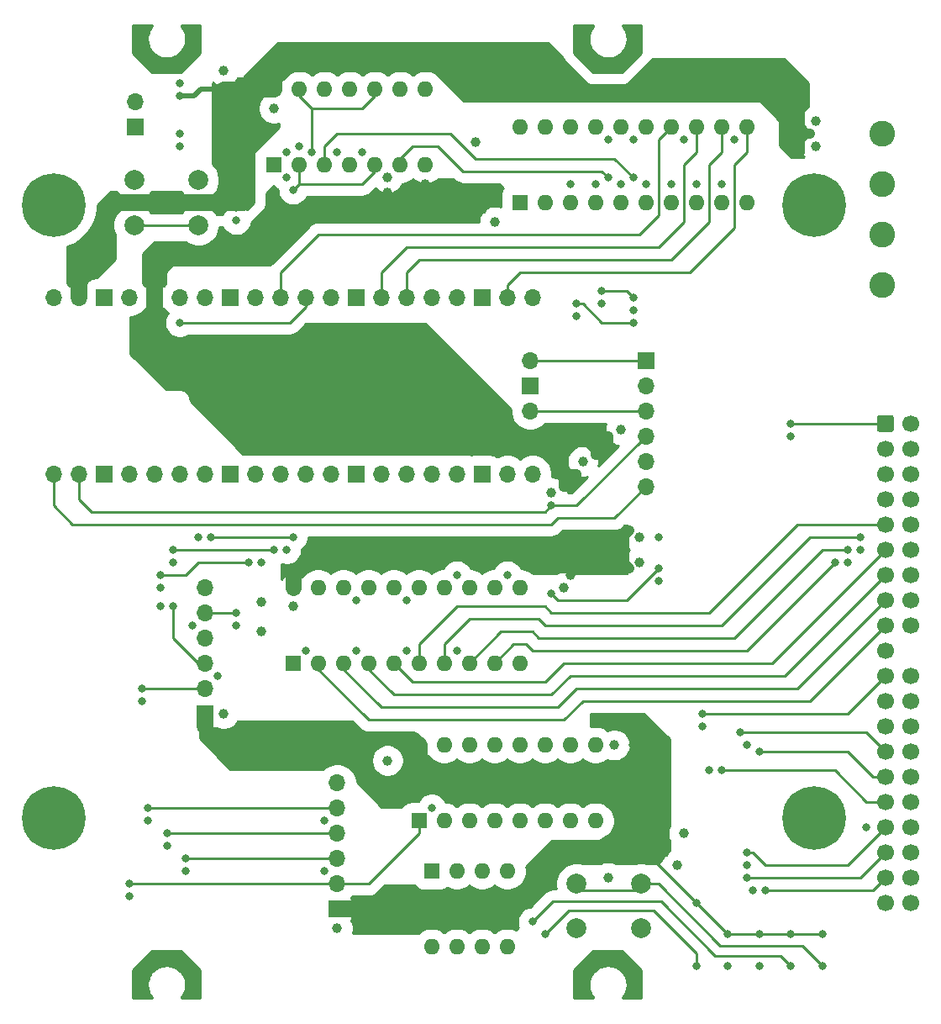
<source format=gbr>
%TF.GenerationSoftware,KiCad,Pcbnew,(5.1.9)-1*%
%TF.CreationDate,2021-10-24T18:26:44+08:00*%
%TF.ProjectId,XTA-35-TH,5854412d-3335-42d5-9448-2e6b69636164,rev?*%
%TF.SameCoordinates,Original*%
%TF.FileFunction,Copper,L2,Inr*%
%TF.FilePolarity,Positive*%
%FSLAX46Y46*%
G04 Gerber Fmt 4.6, Leading zero omitted, Abs format (unit mm)*
G04 Created by KiCad (PCBNEW (5.1.9)-1) date 2021-10-24 18:26:44*
%MOMM*%
%LPD*%
G01*
G04 APERTURE LIST*
%TA.AperFunction,ComponentPad*%
%ADD10O,1.700000X1.700000*%
%TD*%
%TA.AperFunction,ComponentPad*%
%ADD11R,1.700000X1.700000*%
%TD*%
%TA.AperFunction,ComponentPad*%
%ADD12O,1.600000X1.600000*%
%TD*%
%TA.AperFunction,ComponentPad*%
%ADD13R,1.600000X1.600000*%
%TD*%
%TA.AperFunction,ComponentPad*%
%ADD14C,1.700000*%
%TD*%
%TA.AperFunction,ComponentPad*%
%ADD15C,1.000000*%
%TD*%
%TA.AperFunction,ComponentPad*%
%ADD16C,2.000000*%
%TD*%
%TA.AperFunction,ComponentPad*%
%ADD17C,2.600000*%
%TD*%
%TA.AperFunction,ComponentPad*%
%ADD18C,6.400000*%
%TD*%
%TA.AperFunction,ViaPad*%
%ADD19C,0.800000*%
%TD*%
%TA.AperFunction,ViaPad*%
%ADD20C,1.000000*%
%TD*%
%TA.AperFunction,Conductor*%
%ADD21C,1.600000*%
%TD*%
%TA.AperFunction,Conductor*%
%ADD22C,1.700000*%
%TD*%
%TA.AperFunction,Conductor*%
%ADD23C,0.250000*%
%TD*%
%TA.AperFunction,Conductor*%
%ADD24C,1.000000*%
%TD*%
%TA.AperFunction,Conductor*%
%ADD25C,0.500000*%
%TD*%
%TA.AperFunction,Conductor*%
%ADD26C,0.254000*%
%TD*%
%TA.AperFunction,Conductor*%
%ADD27C,0.100000*%
%TD*%
G04 APERTURE END LIST*
D10*
%TO.N,DBG_RX*%
%TO.C,U5*%
X153035000Y-76200000D03*
%TO.N,CFG_CLK*%
X155575000Y-76200000D03*
D11*
%TO.N,GND*%
X158115000Y-76200000D03*
D10*
%TO.N,CFG_LATCH*%
X160655000Y-76200000D03*
%TO.N,SD1_CS*%
X163195000Y-76200000D03*
%TO.N,D0_3V3*%
X165735000Y-76200000D03*
%TO.N,D1_3V3*%
X168275000Y-76200000D03*
D11*
%TO.N,GND*%
X170815000Y-76200000D03*
D10*
%TO.N,D2_3V3*%
X173355000Y-76200000D03*
%TO.N,D3_3V3*%
X175895000Y-76200000D03*
%TO.N,D4_3V3*%
X178435000Y-76200000D03*
%TO.N,D5_3V3*%
X180975000Y-76200000D03*
D11*
%TO.N,GND*%
X183515000Y-76200000D03*
D10*
%TO.N,D6_3V3*%
X186055000Y-76200000D03*
%TO.N,D7_3V3*%
X188595000Y-76200000D03*
%TO.N,A0_3V3*%
X191135000Y-76200000D03*
%TO.N,A1_3V3*%
X193675000Y-76200000D03*
D11*
%TO.N,GND*%
X196215000Y-76200000D03*
D10*
%TO.N,AEN_3V3*%
X198755000Y-76200000D03*
%TO.N,~DACK~_3V3*%
X201295000Y-76200000D03*
%TO.N,SPI_RX*%
X201295000Y-58420000D03*
%TO.N,~IOW~_3V3*%
X198755000Y-58420000D03*
D11*
%TO.N,GND*%
X196215000Y-58420000D03*
D10*
%TO.N,SPI_SCK*%
X193675000Y-58420000D03*
%TO.N,SPI_TX*%
X191135000Y-58420000D03*
%TO.N,~IOR~_3V3*%
X188595000Y-58420000D03*
%TO.N,~RESET~_3V3*%
X186055000Y-58420000D03*
D11*
%TO.N,GND*%
X183515000Y-58420000D03*
D10*
%TO.N,DATA_DIR*%
X180975000Y-58420000D03*
%TO.N,Net-(SW3-Pad1)*%
X178435000Y-58420000D03*
%TO.N,~CS~_3V3*%
X175895000Y-58420000D03*
%TO.N,~IRQ~_3V3*%
X173355000Y-58420000D03*
D11*
%TO.N,GND*%
X170815000Y-58420000D03*
D10*
%TO.N,~DRQ~_3V3*%
X168275000Y-58420000D03*
%TO.N,/ADC_VREF*%
X165735000Y-58420000D03*
%TO.N,+3V3*%
X163195000Y-58420000D03*
%TO.N,/3V3_EN*%
X160655000Y-58420000D03*
D11*
%TO.N,GND*%
X158115000Y-58420000D03*
D10*
%TO.N,VSYS*%
X155575000Y-58420000D03*
%TO.N,Net-(U5-Pad40)*%
X153035000Y-58420000D03*
%TO.N,/SWCLK*%
X201065000Y-69850000D03*
D11*
%TO.N,GND*%
X201065000Y-67310000D03*
D10*
%TO.N,/SWDIO*%
X201065000Y-64770000D03*
%TD*%
D12*
%TO.N,VSYS*%
%TO.C,U3*%
X175260000Y-37465000D03*
%TO.N,GND*%
X190500000Y-45085000D03*
%TO.N,CFG_CLK*%
X177800000Y-37465000D03*
%TO.N,IRQ*%
X187960000Y-45085000D03*
%TO.N,GND*%
X180340000Y-37465000D03*
%TO.N,Net-(R4-Pad1)*%
X185420000Y-45085000D03*
%TO.N,Net-(R1-Pad2)*%
X182880000Y-37465000D03*
%TO.N,~IRQ~_3V3*%
X182880000Y-45085000D03*
%TO.N,CFG_CLK*%
X185420000Y-37465000D03*
%TO.N,DRQ*%
X180340000Y-45085000D03*
%TO.N,GND*%
X187960000Y-37465000D03*
%TO.N,Net-(R4-Pad1)*%
X177800000Y-45085000D03*
%TO.N,~DRIVE_ACTIVE*%
X190500000Y-37465000D03*
D13*
%TO.N,~DRQ~_3V3*%
X175260000Y-45085000D03*
%TD*%
D12*
%TO.N,+3V3*%
%TO.C,U4*%
X189865000Y-103505000D03*
%TO.N,GND*%
X207645000Y-111125000D03*
X192405000Y-103505000D03*
%TO.N,Net-(U4-Pad7)*%
X205105000Y-111125000D03*
%TO.N,GND*%
X194945000Y-103505000D03*
%TO.N,/OPTION_4*%
X202565000Y-111125000D03*
%TO.N,GND*%
X197485000Y-103505000D03*
%TO.N,/OPTION_3*%
X200025000Y-111125000D03*
%TO.N,GND*%
X200025000Y-103505000D03*
%TO.N,/RESET_INVERT*%
X197485000Y-111125000D03*
%TO.N,/BOOT_INTERNAL*%
X202565000Y-103505000D03*
%TO.N,/IRQ_SELECT*%
X194945000Y-111125000D03*
%TO.N,GND*%
X205105000Y-103505000D03*
%TO.N,CFG_CLK*%
X192405000Y-111125000D03*
%TO.N,CFG_DATA*%
X207645000Y-103505000D03*
D13*
%TO.N,CFG_LATCH*%
X189865000Y-111125000D03*
%TD*%
D12*
%TO.N,+3V3*%
%TO.C,U1*%
X177165000Y-87630000D03*
%TO.N,GND*%
X200025000Y-95250000D03*
X179705000Y-87630000D03*
%TO.N,D7*%
X197485000Y-95250000D03*
%TO.N,D0_3V3*%
X182245000Y-87630000D03*
%TO.N,D6*%
X194945000Y-95250000D03*
%TO.N,D1_3V3*%
X184785000Y-87630000D03*
%TO.N,D5*%
X192405000Y-95250000D03*
%TO.N,D2_3V3*%
X187325000Y-87630000D03*
%TO.N,D4*%
X189865000Y-95250000D03*
%TO.N,D3_3V3*%
X189865000Y-87630000D03*
%TO.N,D3*%
X187325000Y-95250000D03*
%TO.N,D4_3V3*%
X192405000Y-87630000D03*
%TO.N,D2*%
X184785000Y-95250000D03*
%TO.N,D5_3V3*%
X194945000Y-87630000D03*
%TO.N,D1*%
X182245000Y-95250000D03*
%TO.N,D6_3V3*%
X197485000Y-87630000D03*
%TO.N,D0*%
X179705000Y-95250000D03*
%TO.N,D7_3V3*%
X200025000Y-87630000D03*
D13*
%TO.N,DATA_DIR*%
X177165000Y-95250000D03*
%TD*%
D12*
%TO.N,+3V3*%
%TO.C,U2*%
X200025000Y-41275000D03*
%TO.N,GND*%
X222885000Y-48895000D03*
X202565000Y-41275000D03*
%TO.N,~IOW*%
X220345000Y-48895000D03*
%TO.N,A0_3V3*%
X205105000Y-41275000D03*
%TO.N,~IOR*%
X217805000Y-48895000D03*
%TO.N,A1_3V3*%
X207645000Y-41275000D03*
%TO.N,~RESET*%
X215265000Y-48895000D03*
%TO.N,AEN_3V3*%
X210185000Y-41275000D03*
%TO.N,~CS*%
X212725000Y-48895000D03*
%TO.N,~DACK~_3V3*%
X212725000Y-41275000D03*
%TO.N,~DACK*%
X210185000Y-48895000D03*
%TO.N,~CS~_3V3*%
X215265000Y-41275000D03*
%TO.N,AEN*%
X207645000Y-48895000D03*
%TO.N,~RESET~_3V3*%
X217805000Y-41275000D03*
%TO.N,A1*%
X205105000Y-48895000D03*
%TO.N,~IOR~_3V3*%
X220345000Y-41275000D03*
%TO.N,A0*%
X202565000Y-48895000D03*
%TO.N,~IOW~_3V3*%
X222885000Y-41275000D03*
D13*
%TO.N,GND*%
X200025000Y-48895000D03*
%TD*%
D10*
%TO.N,DBG_RX*%
%TO.C,J6*%
X212725000Y-77470000D03*
%TO.N,GND*%
X212725000Y-74930000D03*
%TO.N,CFG_CLK*%
X212725000Y-72390000D03*
%TO.N,/SWCLK*%
X212725000Y-69850000D03*
%TO.N,GND*%
X212725000Y-67310000D03*
D11*
%TO.N,/SWDIO*%
X212725000Y-64770000D03*
%TD*%
D10*
%TO.N,GND*%
%TO.C,J5*%
X168275000Y-87630000D03*
%TO.N,SPI_RX*%
X168275000Y-90170000D03*
%TO.N,SPI_SCK*%
X168275000Y-92710000D03*
%TO.N,SPI_TX*%
X168275000Y-95250000D03*
%TO.N,SD1_CS*%
X168275000Y-97790000D03*
D11*
%TO.N,+3V3*%
X168275000Y-100330000D03*
%TD*%
D10*
%TO.N,GND*%
%TO.C,J4*%
X181610000Y-107315000D03*
%TO.N,SPI_RX*%
X181610000Y-109855000D03*
%TO.N,SPI_SCK*%
X181610000Y-112395000D03*
%TO.N,SPI_TX*%
X181610000Y-114935000D03*
%TO.N,CFG_LATCH*%
X181610000Y-117475000D03*
D11*
%TO.N,+3V3*%
X181610000Y-120015000D03*
%TD*%
D14*
%TO.N,GND*%
%TO.C,J1*%
X239395000Y-119380000D03*
X239395000Y-116840000D03*
X239395000Y-114300000D03*
%TO.N,Net-(J1-Pad34)*%
X239395000Y-111760000D03*
%TO.N,GND*%
X239395000Y-109220000D03*
X239395000Y-106680000D03*
X239395000Y-104140000D03*
X239395000Y-101600000D03*
X239395000Y-99060000D03*
X239395000Y-96520000D03*
X239395000Y-91440000D03*
X239395000Y-88900000D03*
X239395000Y-86360000D03*
X239395000Y-83820000D03*
X239395000Y-81280000D03*
X239395000Y-78740000D03*
X239395000Y-76200000D03*
X239395000Y-73660000D03*
X239395000Y-71120000D03*
%TO.N,~DRIVE_ACTIVE*%
X236855000Y-119380000D03*
%TO.N,~CS*%
X236855000Y-116840000D03*
%TO.N,A0*%
X236855000Y-114300000D03*
%TO.N,A1*%
X236855000Y-111760000D03*
%TO.N,IRQ*%
X236855000Y-109220000D03*
%TO.N,DRQ*%
X236855000Y-106680000D03*
%TO.N,~DACK*%
X236855000Y-104140000D03*
%TO.N,~IOR*%
X236855000Y-101600000D03*
%TO.N,~IOW*%
X236855000Y-99060000D03*
%TO.N,AEN*%
X236855000Y-96520000D03*
%TO.N,GND*%
X236855000Y-93980000D03*
%TO.N,D0*%
X236855000Y-91440000D03*
%TO.N,D1*%
X236855000Y-88900000D03*
%TO.N,D2*%
X236855000Y-86360000D03*
%TO.N,D3*%
X236855000Y-83820000D03*
%TO.N,D4*%
X236855000Y-81280000D03*
%TO.N,D5*%
X236855000Y-78740000D03*
%TO.N,D6*%
X236855000Y-76200000D03*
%TO.N,D7*%
X236855000Y-73660000D03*
%TO.N,~RESET*%
%TA.AperFunction,ComponentPad*%
G36*
G01*
X236005000Y-71720000D02*
X236005000Y-70520000D01*
G75*
G02*
X236255000Y-70270000I250000J0D01*
G01*
X237455000Y-70270000D01*
G75*
G02*
X237705000Y-70520000I0J-250000D01*
G01*
X237705000Y-71720000D01*
G75*
G02*
X237455000Y-71970000I-250000J0D01*
G01*
X236255000Y-71970000D01*
G75*
G02*
X236005000Y-71720000I0J250000D01*
G01*
G37*
%TD.AperFunction*%
%TD*%
D15*
%TO.N,/MOUNTING_3*%
%TO.C,MH3*%
X161945449Y-128254482D03*
X166894495Y-127111904D03*
X166411547Y-126076220D03*
X163296537Y-125357063D03*
X166874551Y-128254482D03*
X161925505Y-127111904D03*
X162408453Y-126076220D03*
X165523463Y-125357063D03*
X164410000Y-125100000D03*
%TD*%
%TO.N,/MOUNTING_2*%
%TO.C,MH2*%
X211374551Y-31775518D03*
X206425505Y-32918096D03*
X206908453Y-33953780D03*
X210023463Y-34672937D03*
X206445449Y-31775518D03*
X211394495Y-32918096D03*
X210911547Y-33953780D03*
X207796537Y-34672937D03*
X208910000Y-34930000D03*
%TD*%
%TO.N,/MOUNTING_1*%
%TO.C,MH1*%
X166874551Y-31775518D03*
X161925505Y-32918096D03*
X162408453Y-33953780D03*
X165523463Y-34672937D03*
X161945449Y-31775518D03*
X166894495Y-32918096D03*
X166411547Y-33953780D03*
X163296537Y-34672937D03*
X164410000Y-34930000D03*
%TD*%
%TO.N,/MOUNTING_4*%
%TO.C,MH4*%
X206445449Y-128254482D03*
X211394495Y-127111904D03*
X210911547Y-126076220D03*
X207796537Y-125357063D03*
X211374551Y-128254482D03*
X206425505Y-127111904D03*
X206908453Y-126076220D03*
X210023463Y-125357063D03*
X208910000Y-125100000D03*
%TD*%
D16*
%TO.N,Net-(SW3-Pad1)*%
%TO.C,SW3*%
X161140000Y-51120000D03*
%TO.N,GND*%
X161140000Y-46620000D03*
%TO.N,Net-(SW3-Pad1)*%
X167640000Y-51120000D03*
%TO.N,GND*%
X167640000Y-46620000D03*
%TD*%
%TO.N,/BOOT_INTERNAL*%
%TO.C,SW2*%
X212240000Y-117475000D03*
%TO.N,GND*%
X212240000Y-121975000D03*
%TO.N,/BOOT_INTERNAL*%
X205740000Y-117475000D03*
%TO.N,GND*%
X205740000Y-121975000D03*
%TD*%
D13*
%TO.N,/IRQ_SELECT*%
%TO.C,SW1*%
X191135000Y-116205000D03*
D12*
%TO.N,GND*%
X198755000Y-123825000D03*
%TO.N,/RESET_INVERT*%
X193675000Y-116205000D03*
%TO.N,GND*%
X196215000Y-123825000D03*
%TO.N,/OPTION_3*%
X196215000Y-116205000D03*
%TO.N,GND*%
X193675000Y-123825000D03*
%TO.N,/OPTION_4*%
X198755000Y-116205000D03*
%TO.N,GND*%
X191135000Y-123825000D03*
%TD*%
D10*
%TO.N,Net-(J3-Pad2)*%
%TO.C,J3*%
X161290000Y-38735000D03*
D11*
%TO.N,Net-(J3-Pad1)*%
X161290000Y-41275000D03*
%TD*%
D17*
%TO.N,/5V_IN*%
%TO.C,J2*%
X236550000Y-41910000D03*
%TO.N,GND*%
X236550000Y-46990000D03*
X236550000Y-52070000D03*
%TO.N,Net-(J2-Pad1)*%
X236550000Y-57150000D03*
%TD*%
D18*
%TO.N,N/C*%
%TO.C,MH5*%
X153090000Y-49150000D03*
%TD*%
%TO.N,N/C*%
%TO.C,MH7*%
X153090000Y-110870000D03*
%TD*%
%TO.N,N/C*%
%TO.C,MH8*%
X229690000Y-110870000D03*
%TD*%
%TO.N,N/C*%
%TO.C,MH6*%
X229690000Y-49150000D03*
%TD*%
D19*
%TO.N,GND*%
X234315000Y-83820000D03*
X233045000Y-85090000D03*
X227330000Y-72390000D03*
D20*
X175260000Y-39370000D03*
D19*
X167640000Y-82550000D03*
X165100000Y-85090000D03*
X173990000Y-85090000D03*
X176530000Y-83820000D03*
X163830000Y-87630000D03*
D20*
X181610000Y-121920000D03*
X170180000Y-100330000D03*
D19*
X180340000Y-116205000D03*
X180340000Y-111125000D03*
X191135000Y-109855000D03*
X234950000Y-111760000D03*
X166370000Y-116205000D03*
X160655000Y-118745000D03*
X161925000Y-99060000D03*
X162560000Y-111125000D03*
X164465000Y-113665000D03*
X169545000Y-96520000D03*
X167005000Y-91440000D03*
D20*
X173990000Y-89105000D03*
X173990000Y-92055000D03*
X195580000Y-42750000D03*
D19*
X222885000Y-103505000D03*
X218440000Y-101600000D03*
X219075000Y-106045000D03*
X211455000Y-59690000D03*
X222885000Y-115570000D03*
X223520000Y-118110000D03*
D20*
X210185000Y-71755000D03*
X203200000Y-78105000D03*
X206375000Y-74930000D03*
X208915000Y-116840000D03*
X215900000Y-115570000D03*
X209550000Y-103505000D03*
X216535000Y-112395000D03*
X186690000Y-105055010D03*
X177165000Y-89535000D03*
X204470000Y-87630000D03*
X212090000Y-82550000D03*
X212090000Y-85090000D03*
D19*
X221615000Y-42545000D03*
X216535000Y-42545000D03*
X211455000Y-42545000D03*
X208915000Y-42545000D03*
X220345000Y-46990000D03*
X217805000Y-46990000D03*
X215265000Y-46990000D03*
X212725000Y-46990000D03*
X210185000Y-46990000D03*
X207645000Y-46990000D03*
X205105000Y-46990000D03*
X193675000Y-93980000D03*
X188595000Y-93980000D03*
X183515000Y-93980000D03*
X178435000Y-93980000D03*
X198755000Y-86360000D03*
X193675000Y-86360000D03*
X188595000Y-88900000D03*
X183515000Y-88900000D03*
X184150000Y-43815000D03*
X176530000Y-43815000D03*
D20*
X170180000Y-35560000D03*
X229870000Y-43180000D03*
X229870000Y-40640000D03*
D19*
X213995000Y-86995000D03*
D20*
X186690000Y-46355000D03*
X197485000Y-50800000D03*
D19*
X171450000Y-91440000D03*
X163830000Y-89535000D03*
X177800000Y-43180000D03*
X181610000Y-43815000D03*
X165735000Y-43180000D03*
X165735000Y-36830000D03*
X171450000Y-50673000D03*
X208280000Y-59055000D03*
X205740000Y-60325000D03*
X176530000Y-46355000D03*
D20*
%TO.N,+3V3*%
X208915000Y-72390000D03*
X196215000Y-49530000D03*
D19*
X230505000Y-122555000D03*
X227330000Y-122555000D03*
X224155000Y-122555000D03*
X220980000Y-122555000D03*
X217805000Y-119380000D03*
D20*
X184785000Y-103505000D03*
X204470000Y-77470000D03*
X205740000Y-76200000D03*
X207645000Y-74295000D03*
X208915000Y-114935000D03*
X214630000Y-114300000D03*
X208915000Y-109220000D03*
X208915000Y-105410000D03*
X208915000Y-101600000D03*
X211455000Y-103505000D03*
X214630000Y-111760000D03*
X208915000Y-113030000D03*
X205105000Y-86360000D03*
X211010010Y-85725000D03*
X211010010Y-81915000D03*
X190500000Y-46990000D03*
X186690000Y-47879000D03*
%TO.N,VSYS*%
X229235000Y-41910000D03*
D19*
X165735000Y-38100000D03*
D20*
X228219000Y-40513000D03*
X228219000Y-43307000D03*
X170180000Y-37465000D03*
D19*
X171450000Y-49403000D03*
%TO.N,Net-(R1-Pad2)*%
X165735000Y-41910000D03*
%TO.N,CFG_DATA*%
X213995000Y-85725000D03*
X203200000Y-88265000D03*
%TO.N,DBG_RX*%
X213995000Y-82550000D03*
%TO.N,DATA_DIR*%
X172720000Y-85090000D03*
X163830000Y-86360000D03*
%TO.N,Net-(SW3-Pad1)*%
X165735000Y-60960000D03*
%TO.N,D1_3V3*%
X168910000Y-82550000D03*
X177165000Y-82550000D03*
%TO.N,D0_3V3*%
X165100000Y-83820000D03*
X175260000Y-83820000D03*
%TO.N,CFG_CLK*%
X203200000Y-79375000D03*
X179070000Y-43815000D03*
%TO.N,/BOOT_INTERNAL*%
X230505000Y-125730000D03*
%TO.N,~CS*%
X224790000Y-118110000D03*
%TO.N,A0*%
X211455000Y-60960000D03*
X222885000Y-116840000D03*
X205740000Y-59055000D03*
%TO.N,A1*%
X211455000Y-58420000D03*
X222885000Y-114300000D03*
X208280000Y-57785000D03*
%TO.N,IRQ*%
X220345000Y-106045000D03*
X208915000Y-46355000D03*
%TO.N,DRQ*%
X224155000Y-104140000D03*
X211455000Y-46355000D03*
%TO.N,~DACK*%
X222250000Y-102235000D03*
%TO.N,AEN*%
X218440000Y-100330000D03*
%TO.N,D5*%
X234315000Y-82550000D03*
%TO.N,D6*%
X233045000Y-83820000D03*
%TO.N,D7*%
X231775000Y-85090000D03*
%TO.N,~RESET*%
X227330000Y-71120000D03*
%TO.N,/IRQ_SELECT*%
X202565000Y-122555000D03*
X217805000Y-125730000D03*
%TO.N,/RESET_INVERT*%
X227330000Y-125730000D03*
X201295000Y-121285000D03*
%TO.N,CFG_LATCH*%
X160655000Y-117475000D03*
%TO.N,Net-(R4-Pad1)*%
X177165000Y-47625000D03*
%TO.N,SD1_CS*%
X161925000Y-97790000D03*
%TO.N,/OPTION_3*%
X220980000Y-125730000D03*
%TO.N,/OPTION_4*%
X224155000Y-125730000D03*
%TO.N,SPI_RX*%
X162560000Y-109855000D03*
X171450000Y-90170000D03*
%TO.N,SPI_SCK*%
X164465000Y-112395000D03*
%TO.N,SPI_TX*%
X166370000Y-114935012D03*
X165100000Y-89535000D03*
%TD*%
D21*
%TO.N,+3V3*%
X177165000Y-86360000D02*
X177165000Y-87630000D01*
D22*
X163195000Y-61595000D02*
X163195000Y-58420000D01*
D23*
X230505000Y-122555000D02*
X227330000Y-122555000D01*
X227330000Y-122555000D02*
X224155000Y-122555000D01*
X224155000Y-122555000D02*
X220980000Y-122555000D01*
X220980000Y-122555000D02*
X217805000Y-119380000D01*
D22*
X181610000Y-120015000D02*
X184150000Y-120015000D01*
X168275000Y-101600000D02*
X168275000Y-100330000D01*
D24*
X208915000Y-72390000D02*
X208280000Y-73025000D01*
X208915000Y-73025000D02*
X208915000Y-72390000D01*
X208915000Y-72390000D02*
X207645000Y-72390000D01*
X204470000Y-77470000D02*
X205105000Y-77470000D01*
X207645000Y-74295000D02*
X208280000Y-73660000D01*
X205740000Y-76200000D02*
X205740000Y-76835000D01*
X207645000Y-74295000D02*
X207645000Y-73660000D01*
X207645000Y-74295000D02*
X208280000Y-74295000D01*
D21*
X189865000Y-103505000D02*
X189230000Y-104140000D01*
X189865000Y-103505000D02*
X189865000Y-105410000D01*
X189865000Y-103505000D02*
X189230000Y-102870000D01*
X189865000Y-103505000D02*
X189865000Y-104775000D01*
D24*
X211010010Y-85725000D02*
X210510011Y-85225001D01*
X210510011Y-85225001D02*
X210510011Y-82414999D01*
X210510011Y-82414999D02*
X211010010Y-81915000D01*
D23*
X163195000Y-61595000D02*
X174625000Y-73025000D01*
X174625000Y-73025000D02*
X200025000Y-73025000D01*
D24*
X204470000Y-77470000D02*
X204470000Y-76200000D01*
X205740000Y-76200000D02*
X204470000Y-76200000D01*
D23*
X206375000Y-73025000D02*
X207645000Y-74295000D01*
X200025000Y-73025000D02*
X206375000Y-73025000D01*
X205240001Y-82414999D02*
X205105000Y-82550000D01*
X210510011Y-82414999D02*
X205240001Y-82414999D01*
X205105000Y-86360000D02*
X205105000Y-82550000D01*
X177165000Y-86360000D02*
X179070000Y-84455000D01*
X179070000Y-84455000D02*
X205105000Y-84455000D01*
X189865000Y-105410000D02*
X191770000Y-107315000D01*
X191770000Y-107315000D02*
X208915000Y-107315000D01*
X208915000Y-107315000D02*
X208915000Y-105410000D01*
X208915000Y-107315000D02*
X208915000Y-109220000D01*
X208915000Y-105410000D02*
X211455000Y-105410000D01*
X211455000Y-105410000D02*
X211455000Y-103505000D01*
X211455000Y-103505000D02*
X211455000Y-101600000D01*
X211455000Y-101600000D02*
X208915000Y-101600000D01*
X208915000Y-109220000D02*
X214630000Y-109220000D01*
X214630000Y-109220000D02*
X214630000Y-111760000D01*
X214630000Y-111760000D02*
X214630000Y-114300000D01*
X214630000Y-114300000D02*
X208915000Y-114300000D01*
X208915000Y-114300000D02*
X208915000Y-114935000D01*
X208915000Y-114300000D02*
X208915000Y-113030000D01*
X204470000Y-74930000D02*
X204470000Y-77470000D01*
X202565000Y-73025000D02*
X204470000Y-74930000D01*
X200025000Y-73025000D02*
X202565000Y-73025000D01*
X213360000Y-114935000D02*
X213360000Y-114300000D01*
X217805000Y-119380000D02*
X213360000Y-114935000D01*
D22*
X163195000Y-58420000D02*
X163195000Y-55245000D01*
%TO.N,VSYS*%
X155575000Y-58420000D02*
X155575000Y-54610000D01*
X159385000Y-48895000D02*
X171450000Y-48895000D01*
D23*
X157480000Y-50800000D02*
X159385000Y-48895000D01*
X157480000Y-53340000D02*
X157480000Y-50800000D01*
X156210000Y-54610000D02*
X157480000Y-53340000D01*
X155575000Y-54610000D02*
X156210000Y-54610000D01*
D21*
X175260000Y-37465000D02*
X170180000Y-37465000D01*
X175260000Y-34290000D02*
X175260000Y-37465000D01*
X175260000Y-36333630D02*
X177165000Y-34428630D01*
X175260000Y-37465000D02*
X175260000Y-36333630D01*
D24*
X229235000Y-41910000D02*
X227965000Y-41910000D01*
X228219000Y-40513000D02*
X228219000Y-38989000D01*
X228219000Y-43307000D02*
X228219000Y-43815000D01*
X228854000Y-41910000D02*
X227838000Y-42926000D01*
X228219000Y-42926000D02*
X228219000Y-43307000D01*
X228219000Y-40513000D02*
X228219000Y-42926000D01*
X228854000Y-41910000D02*
X228219000Y-41275000D01*
D25*
X167832500Y-37465000D02*
X170180000Y-37465000D01*
X167197500Y-38100000D02*
X167832500Y-37465000D01*
X165735000Y-38100000D02*
X167197500Y-38100000D01*
D21*
X175260000Y-37465000D02*
X173990000Y-36195000D01*
D22*
X171450000Y-48895000D02*
X172085000Y-48895000D01*
D23*
%TO.N,CFG_DATA*%
X210820000Y-88900000D02*
X213995000Y-85725000D01*
X203835000Y-88900000D02*
X210820000Y-88900000D01*
X203200000Y-88265000D02*
X203835000Y-88900000D01*
%TO.N,DBG_RX*%
X153035000Y-79375000D02*
X153035000Y-76200000D01*
X154940000Y-81280000D02*
X153035000Y-79375000D01*
X203200000Y-81280000D02*
X154940000Y-81280000D01*
X203835000Y-80645000D02*
X203200000Y-81280000D01*
X209550000Y-80645000D02*
X203835000Y-80645000D01*
X212725000Y-77470000D02*
X209550000Y-80645000D01*
%TO.N,~IOR~_3V3*%
X189865000Y-54610000D02*
X188595000Y-55880000D01*
X215265000Y-54610000D02*
X189865000Y-54610000D01*
X219075000Y-50800000D02*
X215265000Y-54610000D01*
X188595000Y-55880000D02*
X188595000Y-58420000D01*
X219075000Y-45085000D02*
X219075000Y-50800000D01*
X220345000Y-43815000D02*
X219075000Y-45085000D01*
X220345000Y-41275000D02*
X220345000Y-43815000D01*
%TO.N,~IOW~_3V3*%
X200025000Y-55880000D02*
X217170000Y-55880000D01*
X217170000Y-55880000D02*
X221615000Y-51435000D01*
X198755000Y-57150000D02*
X200025000Y-55880000D01*
X198755000Y-58420000D02*
X198755000Y-57150000D01*
X222885000Y-43815000D02*
X222885000Y-41275000D01*
X221615000Y-45085000D02*
X222885000Y-43815000D01*
X221615000Y-51435000D02*
X221615000Y-45085000D01*
%TO.N,DATA_DIR*%
X167640000Y-85090000D02*
X172720000Y-85090000D01*
X166370000Y-86360000D02*
X167640000Y-85090000D01*
X163830000Y-86360000D02*
X166370000Y-86360000D01*
%TO.N,Net-(SW3-Pad1)*%
X178435000Y-59372500D02*
X178435000Y-58420000D01*
X176847500Y-60960000D02*
X178435000Y-59372500D01*
X165735000Y-60960000D02*
X176847500Y-60960000D01*
X161140000Y-51120000D02*
X167640000Y-51120000D01*
%TO.N,~RESET~_3V3*%
X216535000Y-45085000D02*
X217805000Y-43815000D01*
X216535000Y-50800000D02*
X216535000Y-45085000D01*
X213995000Y-53340000D02*
X216535000Y-50800000D01*
X217805000Y-43815000D02*
X217805000Y-41275000D01*
X188595000Y-53340000D02*
X213995000Y-53340000D01*
X186055000Y-55880000D02*
X188595000Y-53340000D01*
X186055000Y-58420000D02*
X186055000Y-55880000D01*
%TO.N,~CS~_3V3*%
X175895000Y-55880000D02*
X175895000Y-58420000D01*
X179705000Y-52070000D02*
X175895000Y-55880000D01*
X211455000Y-52070000D02*
X179705000Y-52070000D01*
X212090000Y-52070000D02*
X211455000Y-52070000D01*
X213995000Y-50165000D02*
X212090000Y-52070000D01*
X213995000Y-42545000D02*
X213995000Y-50165000D01*
X215265000Y-41275000D02*
X213995000Y-42545000D01*
%TO.N,D1_3V3*%
X177165000Y-82550000D02*
X175260000Y-82550000D01*
X175260000Y-82550000D02*
X168910000Y-82550000D01*
%TO.N,D0_3V3*%
X175260000Y-83820000D02*
X165100000Y-83820000D01*
%TO.N,CFG_CLK*%
X205740000Y-79375000D02*
X212725000Y-72390000D01*
X203200000Y-79375000D02*
X205740000Y-79375000D01*
X202565000Y-80010000D02*
X203200000Y-79375000D01*
X156845000Y-80010000D02*
X202565000Y-80010000D01*
X155575000Y-78740000D02*
X156845000Y-80010000D01*
X155575000Y-76200000D02*
X155575000Y-78740000D01*
X179070000Y-39370000D02*
X179070000Y-43815000D01*
X185420000Y-38100000D02*
X185420000Y-37465000D01*
X184150000Y-39370000D02*
X185420000Y-38100000D01*
X179070000Y-39370000D02*
X184150000Y-39370000D01*
X177800000Y-38100000D02*
X179070000Y-39370000D01*
X177800000Y-37465000D02*
X177800000Y-38100000D01*
%TO.N,/BOOT_INTERNAL*%
X228473000Y-123698000D02*
X230505000Y-125730000D01*
X220218000Y-123698000D02*
X228473000Y-123698000D01*
X213995000Y-117475000D02*
X220218000Y-123698000D01*
X212240000Y-117475000D02*
X213995000Y-117475000D01*
X211605000Y-118110000D02*
X212240000Y-117475000D01*
X206375000Y-118110000D02*
X211605000Y-118110000D01*
X205740000Y-117475000D02*
X206375000Y-118110000D01*
%TO.N,~CS*%
X235585000Y-118110000D02*
X224790000Y-118110000D01*
X236855000Y-116840000D02*
X235585000Y-118110000D01*
%TO.N,A0*%
X234315000Y-116840000D02*
X236855000Y-114300000D01*
X222885000Y-116840000D02*
X234315000Y-116840000D01*
X208280000Y-60960000D02*
X211455000Y-60960000D01*
X206375000Y-59055000D02*
X208280000Y-60960000D01*
X205740000Y-59055000D02*
X206375000Y-59055000D01*
%TO.N,A1*%
X233045000Y-115570000D02*
X236855000Y-111760000D01*
X224790000Y-115570000D02*
X233045000Y-115570000D01*
X223520000Y-114300000D02*
X224790000Y-115570000D01*
X222885000Y-114300000D02*
X223520000Y-114300000D01*
X210820000Y-57785000D02*
X211455000Y-58420000D01*
X208280000Y-57785000D02*
X210820000Y-57785000D01*
%TO.N,IRQ*%
X234950000Y-109220000D02*
X236855000Y-109220000D01*
X231775000Y-106045000D02*
X234950000Y-109220000D01*
X220345000Y-106045000D02*
X231775000Y-106045000D01*
X208280000Y-45720000D02*
X208915000Y-46355000D01*
X194310000Y-45720000D02*
X208280000Y-45720000D01*
X191770000Y-43180000D02*
X194310000Y-45720000D01*
X189230000Y-43180000D02*
X191770000Y-43180000D01*
X187960000Y-44450000D02*
X189230000Y-43180000D01*
X187960000Y-45085000D02*
X187960000Y-44450000D01*
%TO.N,DRQ*%
X233045000Y-104140000D02*
X224155000Y-104140000D01*
X235585000Y-106680000D02*
X233045000Y-104140000D01*
X236855000Y-106680000D02*
X235585000Y-106680000D01*
X180340000Y-43180000D02*
X180340000Y-45085000D01*
X181610000Y-41910000D02*
X180340000Y-43180000D01*
X193040000Y-41910000D02*
X181610000Y-41910000D01*
X195580000Y-44450000D02*
X193040000Y-41910000D01*
X209550000Y-44450000D02*
X195580000Y-44450000D01*
X211455000Y-46355000D02*
X209550000Y-44450000D01*
%TO.N,~DACK*%
X234950000Y-102235000D02*
X222250000Y-102235000D01*
X236855000Y-104140000D02*
X234950000Y-102235000D01*
%TO.N,AEN*%
X233045000Y-100330000D02*
X218440000Y-100330000D01*
X236855000Y-96520000D02*
X233045000Y-100330000D01*
%TO.N,D0*%
X179070000Y-95250000D02*
X184785000Y-100965000D01*
X206375000Y-99060000D02*
X204470000Y-100965000D01*
X229235000Y-99060000D02*
X206375000Y-99060000D01*
X184785000Y-100965000D02*
X204470000Y-100965000D01*
X229235000Y-99060000D02*
X236855000Y-91440000D01*
%TO.N,D1*%
X181610000Y-95250000D02*
X186055000Y-99695000D01*
X205740000Y-97790000D02*
X203835000Y-99695000D01*
X227965000Y-97790000D02*
X205740000Y-97790000D01*
X186055000Y-99695000D02*
X203835000Y-99695000D01*
X227965000Y-97790000D02*
X236855000Y-88900000D01*
%TO.N,D2*%
X184150000Y-95250000D02*
X187325000Y-98425000D01*
X226695000Y-96520000D02*
X205105000Y-96520000D01*
X226695000Y-96520000D02*
X236855000Y-86360000D01*
X205105000Y-96520000D02*
X203200000Y-98425000D01*
X187325000Y-98425000D02*
X203200000Y-98425000D01*
%TO.N,D3*%
X187325000Y-95250000D02*
X189230000Y-97155000D01*
X204470000Y-95250000D02*
X202565000Y-97155000D01*
X225425000Y-95250000D02*
X204470000Y-95250000D01*
X189230000Y-97155000D02*
X202565000Y-97155000D01*
X225425000Y-95250000D02*
X236855000Y-83820000D01*
%TO.N,D4*%
X227965000Y-81280000D02*
X236855000Y-81280000D01*
X219075000Y-90170000D02*
X227965000Y-81280000D01*
X202565000Y-89535000D02*
X203200000Y-90170000D01*
X193675000Y-89535000D02*
X202565000Y-89535000D01*
X203200000Y-90170000D02*
X219075000Y-90170000D01*
X189865000Y-93345000D02*
X193675000Y-89535000D01*
X189865000Y-95250000D02*
X189865000Y-93345000D01*
%TO.N,D5*%
X229235000Y-82550000D02*
X234315000Y-82550000D01*
X202565000Y-91440000D02*
X220345000Y-91440000D01*
X201930000Y-90805000D02*
X202565000Y-91440000D01*
X220345000Y-91440000D02*
X229235000Y-82550000D01*
X194945000Y-90805000D02*
X201930000Y-90805000D01*
X192405000Y-93345000D02*
X194945000Y-90805000D01*
X192405000Y-95250000D02*
X192405000Y-93345000D01*
%TO.N,D6*%
X198120000Y-92075000D02*
X194945000Y-95250000D01*
X201295000Y-92075000D02*
X198120000Y-92075000D01*
X201930000Y-92710000D02*
X201295000Y-92075000D01*
X221615000Y-92710000D02*
X201930000Y-92710000D01*
X230505000Y-83820000D02*
X221615000Y-92710000D01*
X233045000Y-83820000D02*
X230505000Y-83820000D01*
%TO.N,D7*%
X200660000Y-93345000D02*
X199390000Y-93345000D01*
X199390000Y-93345000D02*
X197485000Y-95250000D01*
X201295000Y-93980000D02*
X200660000Y-93345000D01*
X222885000Y-93980000D02*
X201295000Y-93980000D01*
X231775000Y-85090000D02*
X222885000Y-93980000D01*
%TO.N,~RESET*%
X236855000Y-71120000D02*
X227330000Y-71120000D01*
%TO.N,/IRQ_SELECT*%
X217805000Y-124460000D02*
X217805000Y-125730000D01*
X213487000Y-120142000D02*
X217805000Y-124460000D01*
X204978000Y-120142000D02*
X213487000Y-120142000D01*
X202565000Y-122555000D02*
X204978000Y-120142000D01*
%TO.N,/RESET_INVERT*%
X203327000Y-119253000D02*
X201295000Y-121285000D01*
X214249000Y-119253000D02*
X203327000Y-119253000D01*
X219710000Y-124714000D02*
X214249000Y-119253000D01*
X226314000Y-124714000D02*
X219710000Y-124714000D01*
X227330000Y-125730000D02*
X226314000Y-124714000D01*
%TO.N,CFG_LATCH*%
X181610000Y-117475000D02*
X160655000Y-117475000D01*
X184785000Y-117475000D02*
X181610000Y-117475000D01*
X189865000Y-112395000D02*
X184785000Y-117475000D01*
X189865000Y-111125000D02*
X189865000Y-112395000D01*
%TO.N,Net-(R4-Pad1)*%
X177800000Y-46990000D02*
X177800000Y-45085000D01*
X185420000Y-45720000D02*
X185420000Y-45085000D01*
X184150000Y-46990000D02*
X185420000Y-45720000D01*
X177800000Y-46990000D02*
X184150000Y-46990000D01*
X177165000Y-47625000D02*
X177800000Y-46990000D01*
%TO.N,SD1_CS*%
X163195000Y-97790000D02*
X163195000Y-97790000D01*
X168275000Y-97790000D02*
X161925000Y-97790000D01*
%TO.N,SPI_RX*%
X181610000Y-109855000D02*
X162560000Y-109855000D01*
X168275000Y-90170000D02*
X171450000Y-90170000D01*
%TO.N,SPI_SCK*%
X181610000Y-112395000D02*
X164465000Y-112395000D01*
%TO.N,SPI_TX*%
X181609988Y-114935012D02*
X181610000Y-114935000D01*
X166370000Y-114935012D02*
X181609988Y-114935012D01*
X168275000Y-95250000D02*
X167640000Y-95250000D01*
X167640000Y-95250000D02*
X165100000Y-92710000D01*
X165100000Y-92710000D02*
X165100000Y-89535000D01*
%TO.N,/SWCLK*%
X201065000Y-69850000D02*
X212725000Y-69850000D01*
%TO.N,/SWDIO*%
X201065000Y-64770000D02*
X212725000Y-64770000D01*
%TD*%
D26*
%TO.N,/MOUNTING_4*%
X212233000Y-126192606D02*
X212233000Y-129008000D01*
X210393371Y-129008000D01*
X210393371Y-128898078D01*
X210523149Y-128736666D01*
X210540604Y-128709992D01*
X210558459Y-128683521D01*
X210560767Y-128679181D01*
X210705438Y-128402451D01*
X210717383Y-128372885D01*
X210729752Y-128343461D01*
X210731172Y-128338756D01*
X210819338Y-128039195D01*
X210825310Y-128007887D01*
X210831732Y-127976604D01*
X210832211Y-127971712D01*
X210860512Y-127660732D01*
X210860290Y-127628902D01*
X210860513Y-127596928D01*
X210860033Y-127592036D01*
X210827392Y-127281481D01*
X210820975Y-127250222D01*
X210814999Y-127218891D01*
X210813578Y-127214186D01*
X210721239Y-126915886D01*
X210708892Y-126886515D01*
X210696925Y-126856895D01*
X210694618Y-126852556D01*
X210546096Y-126577871D01*
X210528271Y-126551444D01*
X210510788Y-126524727D01*
X210507681Y-126520918D01*
X210308636Y-126280314D01*
X210286019Y-126257855D01*
X210263676Y-126235039D01*
X210259889Y-126231906D01*
X210017900Y-126034545D01*
X209991360Y-126016912D01*
X209965005Y-125998866D01*
X209960681Y-125996529D01*
X209684968Y-125849929D01*
X209655477Y-125837774D01*
X209626146Y-125825202D01*
X209621451Y-125823749D01*
X209322513Y-125733495D01*
X209291230Y-125727301D01*
X209260012Y-125720665D01*
X209255124Y-125720152D01*
X208944349Y-125689680D01*
X208928667Y-125689680D01*
X208913066Y-125688013D01*
X208908151Y-125688005D01*
X208891396Y-125688093D01*
X208876042Y-125689680D01*
X208875652Y-125689680D01*
X208875532Y-125689704D01*
X208860119Y-125689650D01*
X208855229Y-125690147D01*
X208544791Y-125723871D01*
X208513588Y-125730389D01*
X208482244Y-125736482D01*
X208477544Y-125737919D01*
X208179568Y-125831299D01*
X208150223Y-125843755D01*
X208120662Y-125855819D01*
X208116331Y-125858142D01*
X207842167Y-126007621D01*
X207815802Y-126025539D01*
X207789145Y-126043115D01*
X207785347Y-126046235D01*
X207545439Y-126246119D01*
X207523055Y-126268818D01*
X207500322Y-126291236D01*
X207497203Y-126295034D01*
X207300688Y-126537710D01*
X207283129Y-126564340D01*
X207265193Y-126590732D01*
X207262870Y-126595063D01*
X207117234Y-126871287D01*
X207105199Y-126900780D01*
X207092714Y-126930191D01*
X207091278Y-126934892D01*
X207002067Y-127234143D01*
X206995988Y-127265418D01*
X206989455Y-127296690D01*
X206988958Y-127301580D01*
X206959572Y-127612460D01*
X206959683Y-127644356D01*
X206959349Y-127676263D01*
X206959812Y-127681156D01*
X206991368Y-127991824D01*
X206997666Y-128023058D01*
X207003542Y-128054456D01*
X207004947Y-128059166D01*
X207096243Y-128357787D01*
X207108498Y-128387226D01*
X207120352Y-128416864D01*
X207122645Y-128421212D01*
X207270207Y-128696412D01*
X207287945Y-128722908D01*
X207305329Y-128749678D01*
X207308423Y-128753498D01*
X207426629Y-128897406D01*
X207426629Y-129008000D01*
X205487000Y-129008000D01*
X205487000Y-126192606D01*
X207412606Y-124267000D01*
X210307394Y-124267000D01*
X212233000Y-126192606D01*
%TA.AperFunction,Conductor*%
D27*
G36*
X212233000Y-126192606D02*
G01*
X212233000Y-129008000D01*
X210393371Y-129008000D01*
X210393371Y-128898078D01*
X210523149Y-128736666D01*
X210540604Y-128709992D01*
X210558459Y-128683521D01*
X210560767Y-128679181D01*
X210705438Y-128402451D01*
X210717383Y-128372885D01*
X210729752Y-128343461D01*
X210731172Y-128338756D01*
X210819338Y-128039195D01*
X210825310Y-128007887D01*
X210831732Y-127976604D01*
X210832211Y-127971712D01*
X210860512Y-127660732D01*
X210860290Y-127628902D01*
X210860513Y-127596928D01*
X210860033Y-127592036D01*
X210827392Y-127281481D01*
X210820975Y-127250222D01*
X210814999Y-127218891D01*
X210813578Y-127214186D01*
X210721239Y-126915886D01*
X210708892Y-126886515D01*
X210696925Y-126856895D01*
X210694618Y-126852556D01*
X210546096Y-126577871D01*
X210528271Y-126551444D01*
X210510788Y-126524727D01*
X210507681Y-126520918D01*
X210308636Y-126280314D01*
X210286019Y-126257855D01*
X210263676Y-126235039D01*
X210259889Y-126231906D01*
X210017900Y-126034545D01*
X209991360Y-126016912D01*
X209965005Y-125998866D01*
X209960681Y-125996529D01*
X209684968Y-125849929D01*
X209655477Y-125837774D01*
X209626146Y-125825202D01*
X209621451Y-125823749D01*
X209322513Y-125733495D01*
X209291230Y-125727301D01*
X209260012Y-125720665D01*
X209255124Y-125720152D01*
X208944349Y-125689680D01*
X208928667Y-125689680D01*
X208913066Y-125688013D01*
X208908151Y-125688005D01*
X208891396Y-125688093D01*
X208876042Y-125689680D01*
X208875652Y-125689680D01*
X208875532Y-125689704D01*
X208860119Y-125689650D01*
X208855229Y-125690147D01*
X208544791Y-125723871D01*
X208513588Y-125730389D01*
X208482244Y-125736482D01*
X208477544Y-125737919D01*
X208179568Y-125831299D01*
X208150223Y-125843755D01*
X208120662Y-125855819D01*
X208116331Y-125858142D01*
X207842167Y-126007621D01*
X207815802Y-126025539D01*
X207789145Y-126043115D01*
X207785347Y-126046235D01*
X207545439Y-126246119D01*
X207523055Y-126268818D01*
X207500322Y-126291236D01*
X207497203Y-126295034D01*
X207300688Y-126537710D01*
X207283129Y-126564340D01*
X207265193Y-126590732D01*
X207262870Y-126595063D01*
X207117234Y-126871287D01*
X207105199Y-126900780D01*
X207092714Y-126930191D01*
X207091278Y-126934892D01*
X207002067Y-127234143D01*
X206995988Y-127265418D01*
X206989455Y-127296690D01*
X206988958Y-127301580D01*
X206959572Y-127612460D01*
X206959683Y-127644356D01*
X206959349Y-127676263D01*
X206959812Y-127681156D01*
X206991368Y-127991824D01*
X206997666Y-128023058D01*
X207003542Y-128054456D01*
X207004947Y-128059166D01*
X207096243Y-128357787D01*
X207108498Y-128387226D01*
X207120352Y-128416864D01*
X207122645Y-128421212D01*
X207270207Y-128696412D01*
X207287945Y-128722908D01*
X207305329Y-128749678D01*
X207308423Y-128753498D01*
X207426629Y-128897406D01*
X207426629Y-129008000D01*
X205487000Y-129008000D01*
X205487000Y-126192606D01*
X207412606Y-124267000D01*
X210307394Y-124267000D01*
X212233000Y-126192606D01*
G37*
%TD.AperFunction*%
%TD*%
D26*
%TO.N,/MOUNTING_3*%
X167783000Y-126192606D02*
X167783000Y-129008000D01*
X165893371Y-129008000D01*
X165893371Y-128898078D01*
X166023149Y-128736666D01*
X166040604Y-128709992D01*
X166058459Y-128683521D01*
X166060767Y-128679181D01*
X166205438Y-128402451D01*
X166217383Y-128372885D01*
X166229752Y-128343461D01*
X166231172Y-128338756D01*
X166319338Y-128039195D01*
X166325310Y-128007887D01*
X166331732Y-127976604D01*
X166332211Y-127971712D01*
X166360512Y-127660732D01*
X166360290Y-127628902D01*
X166360513Y-127596928D01*
X166360033Y-127592036D01*
X166327392Y-127281481D01*
X166320975Y-127250222D01*
X166314999Y-127218891D01*
X166313578Y-127214186D01*
X166221239Y-126915886D01*
X166208892Y-126886515D01*
X166196925Y-126856895D01*
X166194618Y-126852556D01*
X166046096Y-126577871D01*
X166028271Y-126551444D01*
X166010788Y-126524727D01*
X166007681Y-126520918D01*
X165808636Y-126280314D01*
X165786019Y-126257855D01*
X165763676Y-126235039D01*
X165759889Y-126231906D01*
X165517900Y-126034545D01*
X165491360Y-126016912D01*
X165465005Y-125998866D01*
X165460681Y-125996529D01*
X165184968Y-125849929D01*
X165155477Y-125837774D01*
X165126146Y-125825202D01*
X165121451Y-125823749D01*
X164822513Y-125733495D01*
X164791230Y-125727301D01*
X164760012Y-125720665D01*
X164755124Y-125720152D01*
X164444349Y-125689680D01*
X164428667Y-125689680D01*
X164413066Y-125688013D01*
X164408151Y-125688005D01*
X164391396Y-125688093D01*
X164376042Y-125689680D01*
X164375652Y-125689680D01*
X164375532Y-125689704D01*
X164360119Y-125689650D01*
X164355229Y-125690147D01*
X164044791Y-125723871D01*
X164013588Y-125730389D01*
X163982244Y-125736482D01*
X163977544Y-125737919D01*
X163679568Y-125831299D01*
X163650223Y-125843755D01*
X163620662Y-125855819D01*
X163616331Y-125858142D01*
X163342167Y-126007621D01*
X163315802Y-126025539D01*
X163289145Y-126043115D01*
X163285347Y-126046235D01*
X163045439Y-126246119D01*
X163023055Y-126268818D01*
X163000322Y-126291236D01*
X162997203Y-126295034D01*
X162800688Y-126537710D01*
X162783129Y-126564340D01*
X162765193Y-126590732D01*
X162762870Y-126595063D01*
X162617234Y-126871287D01*
X162605199Y-126900780D01*
X162592714Y-126930191D01*
X162591278Y-126934892D01*
X162502067Y-127234143D01*
X162495988Y-127265418D01*
X162489455Y-127296690D01*
X162488958Y-127301580D01*
X162459572Y-127612460D01*
X162459683Y-127644356D01*
X162459349Y-127676263D01*
X162459812Y-127681156D01*
X162491368Y-127991824D01*
X162497666Y-128023058D01*
X162503542Y-128054456D01*
X162504947Y-128059166D01*
X162596243Y-128357787D01*
X162608498Y-128387226D01*
X162620352Y-128416864D01*
X162622645Y-128421212D01*
X162770207Y-128696412D01*
X162787945Y-128722908D01*
X162805329Y-128749678D01*
X162808423Y-128753498D01*
X162926629Y-128897406D01*
X162926629Y-129008000D01*
X161037000Y-129008000D01*
X161037000Y-126192606D01*
X162962606Y-124267000D01*
X165857394Y-124267000D01*
X167783000Y-126192606D01*
%TA.AperFunction,Conductor*%
D27*
G36*
X167783000Y-126192606D02*
G01*
X167783000Y-129008000D01*
X165893371Y-129008000D01*
X165893371Y-128898078D01*
X166023149Y-128736666D01*
X166040604Y-128709992D01*
X166058459Y-128683521D01*
X166060767Y-128679181D01*
X166205438Y-128402451D01*
X166217383Y-128372885D01*
X166229752Y-128343461D01*
X166231172Y-128338756D01*
X166319338Y-128039195D01*
X166325310Y-128007887D01*
X166331732Y-127976604D01*
X166332211Y-127971712D01*
X166360512Y-127660732D01*
X166360290Y-127628902D01*
X166360513Y-127596928D01*
X166360033Y-127592036D01*
X166327392Y-127281481D01*
X166320975Y-127250222D01*
X166314999Y-127218891D01*
X166313578Y-127214186D01*
X166221239Y-126915886D01*
X166208892Y-126886515D01*
X166196925Y-126856895D01*
X166194618Y-126852556D01*
X166046096Y-126577871D01*
X166028271Y-126551444D01*
X166010788Y-126524727D01*
X166007681Y-126520918D01*
X165808636Y-126280314D01*
X165786019Y-126257855D01*
X165763676Y-126235039D01*
X165759889Y-126231906D01*
X165517900Y-126034545D01*
X165491360Y-126016912D01*
X165465005Y-125998866D01*
X165460681Y-125996529D01*
X165184968Y-125849929D01*
X165155477Y-125837774D01*
X165126146Y-125825202D01*
X165121451Y-125823749D01*
X164822513Y-125733495D01*
X164791230Y-125727301D01*
X164760012Y-125720665D01*
X164755124Y-125720152D01*
X164444349Y-125689680D01*
X164428667Y-125689680D01*
X164413066Y-125688013D01*
X164408151Y-125688005D01*
X164391396Y-125688093D01*
X164376042Y-125689680D01*
X164375652Y-125689680D01*
X164375532Y-125689704D01*
X164360119Y-125689650D01*
X164355229Y-125690147D01*
X164044791Y-125723871D01*
X164013588Y-125730389D01*
X163982244Y-125736482D01*
X163977544Y-125737919D01*
X163679568Y-125831299D01*
X163650223Y-125843755D01*
X163620662Y-125855819D01*
X163616331Y-125858142D01*
X163342167Y-126007621D01*
X163315802Y-126025539D01*
X163289145Y-126043115D01*
X163285347Y-126046235D01*
X163045439Y-126246119D01*
X163023055Y-126268818D01*
X163000322Y-126291236D01*
X162997203Y-126295034D01*
X162800688Y-126537710D01*
X162783129Y-126564340D01*
X162765193Y-126590732D01*
X162762870Y-126595063D01*
X162617234Y-126871287D01*
X162605199Y-126900780D01*
X162592714Y-126930191D01*
X162591278Y-126934892D01*
X162502067Y-127234143D01*
X162495988Y-127265418D01*
X162489455Y-127296690D01*
X162488958Y-127301580D01*
X162459572Y-127612460D01*
X162459683Y-127644356D01*
X162459349Y-127676263D01*
X162459812Y-127681156D01*
X162491368Y-127991824D01*
X162497666Y-128023058D01*
X162503542Y-128054456D01*
X162504947Y-128059166D01*
X162596243Y-128357787D01*
X162608498Y-128387226D01*
X162620352Y-128416864D01*
X162622645Y-128421212D01*
X162770207Y-128696412D01*
X162787945Y-128722908D01*
X162805329Y-128749678D01*
X162808423Y-128753498D01*
X162926629Y-128897406D01*
X162926629Y-129008000D01*
X161037000Y-129008000D01*
X161037000Y-126192606D01*
X162962606Y-124267000D01*
X165857394Y-124267000D01*
X167783000Y-126192606D01*
G37*
%TD.AperFunction*%
%TD*%
D26*
%TO.N,/MOUNTING_1*%
X162926629Y-31131922D02*
X162796850Y-31293334D01*
X162779385Y-31320024D01*
X162761541Y-31346478D01*
X162759234Y-31350818D01*
X162614562Y-31627549D01*
X162602612Y-31657126D01*
X162590248Y-31686539D01*
X162588828Y-31691244D01*
X162500662Y-31990805D01*
X162494688Y-32022119D01*
X162488268Y-32053396D01*
X162487789Y-32058288D01*
X162459488Y-32369268D01*
X162459710Y-32401099D01*
X162459487Y-32433073D01*
X162459967Y-32437964D01*
X162492608Y-32748520D01*
X162499026Y-32779786D01*
X162505001Y-32811109D01*
X162506422Y-32815814D01*
X162598761Y-33114114D01*
X162611108Y-33143485D01*
X162623075Y-33173105D01*
X162625383Y-33177445D01*
X162773904Y-33452129D01*
X162791735Y-33478565D01*
X162809213Y-33505274D01*
X162812319Y-33509082D01*
X163011365Y-33749687D01*
X163033981Y-33772145D01*
X163056324Y-33794961D01*
X163060111Y-33798094D01*
X163302100Y-33995455D01*
X163328658Y-34013100D01*
X163354996Y-34031134D01*
X163359319Y-34033471D01*
X163635033Y-34180071D01*
X163664484Y-34192210D01*
X163693853Y-34204798D01*
X163698549Y-34206251D01*
X163997486Y-34296505D01*
X164028763Y-34302698D01*
X164059987Y-34309335D01*
X164064876Y-34309848D01*
X164375650Y-34340320D01*
X164391333Y-34340320D01*
X164406934Y-34341987D01*
X164411849Y-34341995D01*
X164428604Y-34341907D01*
X164443958Y-34340320D01*
X164444348Y-34340320D01*
X164444468Y-34340296D01*
X164459880Y-34340350D01*
X164464770Y-34339853D01*
X164775209Y-34306129D01*
X164806412Y-34299611D01*
X164837756Y-34293518D01*
X164842456Y-34292081D01*
X165140432Y-34198701D01*
X165169777Y-34186245D01*
X165199338Y-34174181D01*
X165203669Y-34171858D01*
X165477834Y-34022379D01*
X165504193Y-34004465D01*
X165530855Y-33986885D01*
X165534653Y-33983765D01*
X165774561Y-33783881D01*
X165796962Y-33761165D01*
X165819678Y-33738764D01*
X165822797Y-33734966D01*
X166019313Y-33492289D01*
X166036866Y-33465669D01*
X166054807Y-33439269D01*
X166057130Y-33434937D01*
X166202766Y-33158713D01*
X166214807Y-33129206D01*
X166227286Y-33099808D01*
X166228722Y-33095108D01*
X166317934Y-32795856D01*
X166324019Y-32764549D01*
X166330546Y-32733309D01*
X166331042Y-32728419D01*
X166360428Y-32417540D01*
X166360317Y-32385645D01*
X166360651Y-32353737D01*
X166360188Y-32348844D01*
X166328632Y-32038177D01*
X166322335Y-32006950D01*
X166316458Y-31975544D01*
X166315053Y-31970833D01*
X166223756Y-31672213D01*
X166211511Y-31642795D01*
X166199648Y-31613136D01*
X166197355Y-31608788D01*
X166049793Y-31333588D01*
X166032055Y-31307092D01*
X166014671Y-31280322D01*
X166011577Y-31276502D01*
X165893371Y-31132595D01*
X165893371Y-31012000D01*
X167783000Y-31012000D01*
X167783000Y-33837394D01*
X165857394Y-35763000D01*
X162962606Y-35763000D01*
X161037000Y-33837394D01*
X161037000Y-31012000D01*
X162926629Y-31012000D01*
X162926629Y-31131922D01*
%TA.AperFunction,Conductor*%
D27*
G36*
X162926629Y-31131922D02*
G01*
X162796850Y-31293334D01*
X162779385Y-31320024D01*
X162761541Y-31346478D01*
X162759234Y-31350818D01*
X162614562Y-31627549D01*
X162602612Y-31657126D01*
X162590248Y-31686539D01*
X162588828Y-31691244D01*
X162500662Y-31990805D01*
X162494688Y-32022119D01*
X162488268Y-32053396D01*
X162487789Y-32058288D01*
X162459488Y-32369268D01*
X162459710Y-32401099D01*
X162459487Y-32433073D01*
X162459967Y-32437964D01*
X162492608Y-32748520D01*
X162499026Y-32779786D01*
X162505001Y-32811109D01*
X162506422Y-32815814D01*
X162598761Y-33114114D01*
X162611108Y-33143485D01*
X162623075Y-33173105D01*
X162625383Y-33177445D01*
X162773904Y-33452129D01*
X162791735Y-33478565D01*
X162809213Y-33505274D01*
X162812319Y-33509082D01*
X163011365Y-33749687D01*
X163033981Y-33772145D01*
X163056324Y-33794961D01*
X163060111Y-33798094D01*
X163302100Y-33995455D01*
X163328658Y-34013100D01*
X163354996Y-34031134D01*
X163359319Y-34033471D01*
X163635033Y-34180071D01*
X163664484Y-34192210D01*
X163693853Y-34204798D01*
X163698549Y-34206251D01*
X163997486Y-34296505D01*
X164028763Y-34302698D01*
X164059987Y-34309335D01*
X164064876Y-34309848D01*
X164375650Y-34340320D01*
X164391333Y-34340320D01*
X164406934Y-34341987D01*
X164411849Y-34341995D01*
X164428604Y-34341907D01*
X164443958Y-34340320D01*
X164444348Y-34340320D01*
X164444468Y-34340296D01*
X164459880Y-34340350D01*
X164464770Y-34339853D01*
X164775209Y-34306129D01*
X164806412Y-34299611D01*
X164837756Y-34293518D01*
X164842456Y-34292081D01*
X165140432Y-34198701D01*
X165169777Y-34186245D01*
X165199338Y-34174181D01*
X165203669Y-34171858D01*
X165477834Y-34022379D01*
X165504193Y-34004465D01*
X165530855Y-33986885D01*
X165534653Y-33983765D01*
X165774561Y-33783881D01*
X165796962Y-33761165D01*
X165819678Y-33738764D01*
X165822797Y-33734966D01*
X166019313Y-33492289D01*
X166036866Y-33465669D01*
X166054807Y-33439269D01*
X166057130Y-33434937D01*
X166202766Y-33158713D01*
X166214807Y-33129206D01*
X166227286Y-33099808D01*
X166228722Y-33095108D01*
X166317934Y-32795856D01*
X166324019Y-32764549D01*
X166330546Y-32733309D01*
X166331042Y-32728419D01*
X166360428Y-32417540D01*
X166360317Y-32385645D01*
X166360651Y-32353737D01*
X166360188Y-32348844D01*
X166328632Y-32038177D01*
X166322335Y-32006950D01*
X166316458Y-31975544D01*
X166315053Y-31970833D01*
X166223756Y-31672213D01*
X166211511Y-31642795D01*
X166199648Y-31613136D01*
X166197355Y-31608788D01*
X166049793Y-31333588D01*
X166032055Y-31307092D01*
X166014671Y-31280322D01*
X166011577Y-31276502D01*
X165893371Y-31132595D01*
X165893371Y-31012000D01*
X167783000Y-31012000D01*
X167783000Y-33837394D01*
X165857394Y-35763000D01*
X162962606Y-35763000D01*
X161037000Y-33837394D01*
X161037000Y-31012000D01*
X162926629Y-31012000D01*
X162926629Y-31131922D01*
G37*
%TD.AperFunction*%
%TD*%
D26*
%TO.N,/MOUNTING_2*%
X207426629Y-31131922D02*
X207296850Y-31293334D01*
X207279385Y-31320024D01*
X207261541Y-31346478D01*
X207259234Y-31350818D01*
X207114562Y-31627549D01*
X207102612Y-31657126D01*
X207090248Y-31686539D01*
X207088828Y-31691244D01*
X207000662Y-31990805D01*
X206994688Y-32022119D01*
X206988268Y-32053396D01*
X206987789Y-32058288D01*
X206959488Y-32369268D01*
X206959710Y-32401099D01*
X206959487Y-32433073D01*
X206959967Y-32437964D01*
X206992608Y-32748520D01*
X206999026Y-32779786D01*
X207005001Y-32811109D01*
X207006422Y-32815814D01*
X207098761Y-33114114D01*
X207111108Y-33143485D01*
X207123075Y-33173105D01*
X207125383Y-33177445D01*
X207273904Y-33452129D01*
X207291735Y-33478565D01*
X207309213Y-33505274D01*
X207312319Y-33509082D01*
X207511365Y-33749687D01*
X207533981Y-33772145D01*
X207556324Y-33794961D01*
X207560111Y-33798094D01*
X207802100Y-33995455D01*
X207828658Y-34013100D01*
X207854996Y-34031134D01*
X207859319Y-34033471D01*
X208135033Y-34180071D01*
X208164484Y-34192210D01*
X208193853Y-34204798D01*
X208198549Y-34206251D01*
X208497486Y-34296505D01*
X208528763Y-34302698D01*
X208559987Y-34309335D01*
X208564876Y-34309848D01*
X208875650Y-34340320D01*
X208891333Y-34340320D01*
X208906934Y-34341987D01*
X208911849Y-34341995D01*
X208928604Y-34341907D01*
X208943958Y-34340320D01*
X208944348Y-34340320D01*
X208944468Y-34340296D01*
X208959880Y-34340350D01*
X208964770Y-34339853D01*
X209275209Y-34306129D01*
X209306412Y-34299611D01*
X209337756Y-34293518D01*
X209342456Y-34292081D01*
X209640432Y-34198701D01*
X209669777Y-34186245D01*
X209699338Y-34174181D01*
X209703669Y-34171858D01*
X209977834Y-34022379D01*
X210004193Y-34004465D01*
X210030855Y-33986885D01*
X210034653Y-33983765D01*
X210274561Y-33783881D01*
X210296962Y-33761165D01*
X210319678Y-33738764D01*
X210322797Y-33734966D01*
X210519313Y-33492289D01*
X210536866Y-33465669D01*
X210554807Y-33439269D01*
X210557130Y-33434937D01*
X210702766Y-33158713D01*
X210714807Y-33129206D01*
X210727286Y-33099808D01*
X210728722Y-33095108D01*
X210817934Y-32795856D01*
X210824019Y-32764549D01*
X210830546Y-32733309D01*
X210831042Y-32728419D01*
X210860428Y-32417540D01*
X210860317Y-32385645D01*
X210860651Y-32353737D01*
X210860188Y-32348844D01*
X210828632Y-32038177D01*
X210822335Y-32006950D01*
X210816458Y-31975544D01*
X210815053Y-31970833D01*
X210723756Y-31672213D01*
X210711511Y-31642795D01*
X210699648Y-31613136D01*
X210697355Y-31608788D01*
X210549793Y-31333588D01*
X210532055Y-31307092D01*
X210514671Y-31280322D01*
X210511577Y-31276502D01*
X210393371Y-31132595D01*
X210393371Y-31012000D01*
X212233000Y-31012000D01*
X212233000Y-33837394D01*
X210307394Y-35763000D01*
X207412606Y-35763000D01*
X205487000Y-33837394D01*
X205487000Y-31012000D01*
X207426629Y-31012000D01*
X207426629Y-31131922D01*
%TA.AperFunction,Conductor*%
D27*
G36*
X207426629Y-31131922D02*
G01*
X207296850Y-31293334D01*
X207279385Y-31320024D01*
X207261541Y-31346478D01*
X207259234Y-31350818D01*
X207114562Y-31627549D01*
X207102612Y-31657126D01*
X207090248Y-31686539D01*
X207088828Y-31691244D01*
X207000662Y-31990805D01*
X206994688Y-32022119D01*
X206988268Y-32053396D01*
X206987789Y-32058288D01*
X206959488Y-32369268D01*
X206959710Y-32401099D01*
X206959487Y-32433073D01*
X206959967Y-32437964D01*
X206992608Y-32748520D01*
X206999026Y-32779786D01*
X207005001Y-32811109D01*
X207006422Y-32815814D01*
X207098761Y-33114114D01*
X207111108Y-33143485D01*
X207123075Y-33173105D01*
X207125383Y-33177445D01*
X207273904Y-33452129D01*
X207291735Y-33478565D01*
X207309213Y-33505274D01*
X207312319Y-33509082D01*
X207511365Y-33749687D01*
X207533981Y-33772145D01*
X207556324Y-33794961D01*
X207560111Y-33798094D01*
X207802100Y-33995455D01*
X207828658Y-34013100D01*
X207854996Y-34031134D01*
X207859319Y-34033471D01*
X208135033Y-34180071D01*
X208164484Y-34192210D01*
X208193853Y-34204798D01*
X208198549Y-34206251D01*
X208497486Y-34296505D01*
X208528763Y-34302698D01*
X208559987Y-34309335D01*
X208564876Y-34309848D01*
X208875650Y-34340320D01*
X208891333Y-34340320D01*
X208906934Y-34341987D01*
X208911849Y-34341995D01*
X208928604Y-34341907D01*
X208943958Y-34340320D01*
X208944348Y-34340320D01*
X208944468Y-34340296D01*
X208959880Y-34340350D01*
X208964770Y-34339853D01*
X209275209Y-34306129D01*
X209306412Y-34299611D01*
X209337756Y-34293518D01*
X209342456Y-34292081D01*
X209640432Y-34198701D01*
X209669777Y-34186245D01*
X209699338Y-34174181D01*
X209703669Y-34171858D01*
X209977834Y-34022379D01*
X210004193Y-34004465D01*
X210030855Y-33986885D01*
X210034653Y-33983765D01*
X210274561Y-33783881D01*
X210296962Y-33761165D01*
X210319678Y-33738764D01*
X210322797Y-33734966D01*
X210519313Y-33492289D01*
X210536866Y-33465669D01*
X210554807Y-33439269D01*
X210557130Y-33434937D01*
X210702766Y-33158713D01*
X210714807Y-33129206D01*
X210727286Y-33099808D01*
X210728722Y-33095108D01*
X210817934Y-32795856D01*
X210824019Y-32764549D01*
X210830546Y-32733309D01*
X210831042Y-32728419D01*
X210860428Y-32417540D01*
X210860317Y-32385645D01*
X210860651Y-32353737D01*
X210860188Y-32348844D01*
X210828632Y-32038177D01*
X210822335Y-32006950D01*
X210816458Y-31975544D01*
X210815053Y-31970833D01*
X210723756Y-31672213D01*
X210711511Y-31642795D01*
X210699648Y-31613136D01*
X210697355Y-31608788D01*
X210549793Y-31333588D01*
X210532055Y-31307092D01*
X210514671Y-31280322D01*
X210511577Y-31276502D01*
X210393371Y-31132595D01*
X210393371Y-31012000D01*
X212233000Y-31012000D01*
X212233000Y-33837394D01*
X210307394Y-35763000D01*
X207412606Y-35763000D01*
X205487000Y-33837394D01*
X205487000Y-31012000D01*
X207426629Y-31012000D01*
X207426629Y-31131922D01*
G37*
%TD.AperFunction*%
%TD*%
D26*
%TO.N,+3V3*%
X215138000Y-102922606D02*
X215138000Y-111557237D01*
X215093172Y-111624327D01*
X214970525Y-111920422D01*
X214908000Y-112234755D01*
X214908000Y-112555245D01*
X214970525Y-112869578D01*
X215093172Y-113165673D01*
X215138000Y-113232763D01*
X215138000Y-114124580D01*
X215129327Y-114128172D01*
X214862848Y-114306227D01*
X214636227Y-114532848D01*
X214458172Y-114799327D01*
X214367736Y-115017658D01*
X213942394Y-115443000D01*
X212892438Y-115443000D01*
X212860423Y-115429739D01*
X212449491Y-115348000D01*
X212030509Y-115348000D01*
X211619577Y-115429739D01*
X211587562Y-115443000D01*
X209752763Y-115443000D01*
X209685673Y-115398172D01*
X209389578Y-115275525D01*
X209075245Y-115213000D01*
X208754755Y-115213000D01*
X208440422Y-115275525D01*
X208144327Y-115398172D01*
X208077237Y-115443000D01*
X206392438Y-115443000D01*
X206360423Y-115429739D01*
X205949491Y-115348000D01*
X205530509Y-115348000D01*
X205119577Y-115429739D01*
X204732488Y-115590077D01*
X204384116Y-115822851D01*
X204087851Y-116119116D01*
X203855077Y-116467488D01*
X203694739Y-116854577D01*
X203613000Y-117265509D01*
X203613000Y-117684491D01*
X203675957Y-118001000D01*
X203388496Y-118001000D01*
X203327000Y-117994943D01*
X203265504Y-118001000D01*
X203265502Y-118001000D01*
X203081565Y-118019116D01*
X202845562Y-118090707D01*
X202628061Y-118206964D01*
X202437419Y-118363419D01*
X202398217Y-118411187D01*
X201028263Y-119781141D01*
X200849590Y-119816681D01*
X200571694Y-119931790D01*
X200321594Y-120098901D01*
X200108901Y-120311594D01*
X199941790Y-120561694D01*
X199826681Y-120839590D01*
X199768000Y-121134604D01*
X199768000Y-121435396D01*
X199826681Y-121730410D01*
X199887692Y-121877702D01*
X199653848Y-122111546D01*
X199317085Y-121972053D01*
X198944793Y-121898000D01*
X198565207Y-121898000D01*
X198192915Y-121972053D01*
X197842223Y-122117315D01*
X197526609Y-122328201D01*
X197485000Y-122369810D01*
X197443391Y-122328201D01*
X197127777Y-122117315D01*
X196777085Y-121972053D01*
X196404793Y-121898000D01*
X196025207Y-121898000D01*
X195652915Y-121972053D01*
X195302223Y-122117315D01*
X194986609Y-122328201D01*
X194945000Y-122369810D01*
X194903391Y-122328201D01*
X194587777Y-122117315D01*
X194237085Y-121972053D01*
X193864793Y-121898000D01*
X193485207Y-121898000D01*
X193112915Y-121972053D01*
X192762223Y-122117315D01*
X192446609Y-122328201D01*
X192405000Y-122369810D01*
X192363391Y-122328201D01*
X192047777Y-122117315D01*
X191697085Y-121972053D01*
X191324793Y-121898000D01*
X190945207Y-121898000D01*
X190572915Y-121972053D01*
X190222223Y-122117315D01*
X189906609Y-122328201D01*
X189806810Y-122428000D01*
X183160631Y-122428000D01*
X183174475Y-122394578D01*
X183237000Y-122080245D01*
X183237000Y-121759755D01*
X183174475Y-121445422D01*
X183051828Y-121149327D01*
X183038614Y-121129550D01*
X183049502Y-121109180D01*
X183085812Y-120989482D01*
X183098072Y-120865000D01*
X183095000Y-120300750D01*
X182936250Y-120142000D01*
X181737000Y-120142000D01*
X181737000Y-120162000D01*
X181483000Y-120162000D01*
X181483000Y-120142000D01*
X181463000Y-120142000D01*
X181463000Y-119888000D01*
X181483000Y-119888000D01*
X181483000Y-119868000D01*
X181737000Y-119868000D01*
X181737000Y-119888000D01*
X182936250Y-119888000D01*
X183095000Y-119729250D01*
X183098072Y-119165000D01*
X183085812Y-119040518D01*
X183049502Y-118920820D01*
X183018354Y-118862546D01*
X183145636Y-118735264D01*
X183151158Y-118727000D01*
X184723504Y-118727000D01*
X184785000Y-118733057D01*
X184846496Y-118727000D01*
X184846498Y-118727000D01*
X185030435Y-118708884D01*
X185266438Y-118637293D01*
X185483939Y-118521036D01*
X185674581Y-118364581D01*
X185713787Y-118316808D01*
X186428595Y-117602000D01*
X189376212Y-117602000D01*
X189393400Y-117634157D01*
X189534235Y-117805765D01*
X189705843Y-117946600D01*
X189901629Y-118051250D01*
X190114069Y-118115693D01*
X190335000Y-118137453D01*
X191935000Y-118137453D01*
X192155931Y-118115693D01*
X192368371Y-118051250D01*
X192564157Y-117946600D01*
X192675825Y-117854956D01*
X192762223Y-117912685D01*
X193112915Y-118057947D01*
X193485207Y-118132000D01*
X193864793Y-118132000D01*
X194237085Y-118057947D01*
X194587777Y-117912685D01*
X194903391Y-117701799D01*
X194945000Y-117660190D01*
X194986609Y-117701799D01*
X195302223Y-117912685D01*
X195652915Y-118057947D01*
X196025207Y-118132000D01*
X196404793Y-118132000D01*
X196777085Y-118057947D01*
X197127777Y-117912685D01*
X197443391Y-117701799D01*
X197485000Y-117660190D01*
X197526609Y-117701799D01*
X197842223Y-117912685D01*
X198192915Y-118057947D01*
X198565207Y-118132000D01*
X198944793Y-118132000D01*
X199317085Y-118057947D01*
X199667777Y-117912685D01*
X199983391Y-117701799D01*
X200251799Y-117433391D01*
X200462685Y-117117777D01*
X200607947Y-116767085D01*
X200682000Y-116394793D01*
X200682000Y-116015207D01*
X200634284Y-115775322D01*
X203252606Y-113157000D01*
X207962500Y-113157000D01*
X207987276Y-113154560D01*
X208011101Y-113147333D01*
X208032947Y-113135670D01*
X208350447Y-112924003D01*
X208363886Y-112912998D01*
X208557777Y-112832685D01*
X208873391Y-112621799D01*
X209141799Y-112353391D01*
X209352685Y-112037777D01*
X209497947Y-111687085D01*
X209572000Y-111314793D01*
X209572000Y-110935207D01*
X209497947Y-110562915D01*
X209352685Y-110212223D01*
X209141799Y-109896609D01*
X208873391Y-109628201D01*
X208557777Y-109417315D01*
X208207085Y-109272053D01*
X207834793Y-109198000D01*
X207455207Y-109198000D01*
X207082915Y-109272053D01*
X206732223Y-109417315D01*
X206416609Y-109628201D01*
X206375000Y-109669810D01*
X206333391Y-109628201D01*
X206017777Y-109417315D01*
X205667085Y-109272053D01*
X205294793Y-109198000D01*
X204915207Y-109198000D01*
X204542915Y-109272053D01*
X204192223Y-109417315D01*
X203876609Y-109628201D01*
X203835000Y-109669810D01*
X203793391Y-109628201D01*
X203477777Y-109417315D01*
X203127085Y-109272053D01*
X202754793Y-109198000D01*
X202375207Y-109198000D01*
X202002915Y-109272053D01*
X201652223Y-109417315D01*
X201336609Y-109628201D01*
X201295000Y-109669810D01*
X201253391Y-109628201D01*
X200937777Y-109417315D01*
X200587085Y-109272053D01*
X200214793Y-109198000D01*
X199835207Y-109198000D01*
X199462915Y-109272053D01*
X199112223Y-109417315D01*
X198796609Y-109628201D01*
X198755000Y-109669810D01*
X198713391Y-109628201D01*
X198397777Y-109417315D01*
X198047085Y-109272053D01*
X197674793Y-109198000D01*
X197295207Y-109198000D01*
X196922915Y-109272053D01*
X196572223Y-109417315D01*
X196256609Y-109628201D01*
X196215000Y-109669810D01*
X196173391Y-109628201D01*
X195857777Y-109417315D01*
X195507085Y-109272053D01*
X195134793Y-109198000D01*
X194755207Y-109198000D01*
X194382915Y-109272053D01*
X194032223Y-109417315D01*
X193716609Y-109628201D01*
X193675000Y-109669810D01*
X193633391Y-109628201D01*
X193317777Y-109417315D01*
X192967085Y-109272053D01*
X192594793Y-109198000D01*
X192515675Y-109198000D01*
X192488210Y-109131694D01*
X192321099Y-108881594D01*
X192108406Y-108668901D01*
X191858306Y-108501790D01*
X191580410Y-108386681D01*
X191285396Y-108328000D01*
X190984604Y-108328000D01*
X190689590Y-108386681D01*
X190411694Y-108501790D01*
X190161594Y-108668901D01*
X189948901Y-108881594D01*
X189781790Y-109131694D01*
X189756584Y-109192547D01*
X189065000Y-109192547D01*
X188844069Y-109214307D01*
X188631629Y-109278750D01*
X188435843Y-109383400D01*
X188264235Y-109524235D01*
X188123400Y-109695843D01*
X188106212Y-109728000D01*
X186107606Y-109728000D01*
X183587000Y-107207394D01*
X183587000Y-107120282D01*
X183511025Y-106738330D01*
X183361995Y-106378539D01*
X183145636Y-106054736D01*
X182870264Y-105779364D01*
X182546461Y-105563005D01*
X182186670Y-105413975D01*
X181804718Y-105338000D01*
X181415282Y-105338000D01*
X181033330Y-105413975D01*
X180673539Y-105563005D01*
X180349736Y-105779364D01*
X180211100Y-105918000D01*
X170867606Y-105918000D01*
X169844371Y-104894765D01*
X185063000Y-104894765D01*
X185063000Y-105215255D01*
X185125525Y-105529588D01*
X185248172Y-105825683D01*
X185426227Y-106092162D01*
X185652848Y-106318783D01*
X185919327Y-106496838D01*
X186215422Y-106619485D01*
X186529755Y-106682010D01*
X186850245Y-106682010D01*
X187164578Y-106619485D01*
X187460673Y-106496838D01*
X187727152Y-106318783D01*
X187953773Y-106092162D01*
X188131828Y-105825683D01*
X188254475Y-105529588D01*
X188317000Y-105215255D01*
X188317000Y-104894765D01*
X188254475Y-104580432D01*
X188131828Y-104284337D01*
X187953773Y-104017858D01*
X187789955Y-103854040D01*
X188473091Y-103854040D01*
X188567930Y-104118881D01*
X188712615Y-104360131D01*
X188901586Y-104568519D01*
X189127580Y-104736037D01*
X189381913Y-104856246D01*
X189515961Y-104896904D01*
X189738000Y-104774915D01*
X189738000Y-103632000D01*
X188594376Y-103632000D01*
X188473091Y-103854040D01*
X187789955Y-103854040D01*
X187727152Y-103791237D01*
X187460673Y-103613182D01*
X187164578Y-103490535D01*
X186850245Y-103428010D01*
X186529755Y-103428010D01*
X186215422Y-103490535D01*
X185919327Y-103613182D01*
X185652848Y-103791237D01*
X185426227Y-104017858D01*
X185248172Y-104284337D01*
X185125525Y-104580432D01*
X185063000Y-104894765D01*
X169844371Y-104894765D01*
X167767000Y-102817394D01*
X167767000Y-101816210D01*
X167989250Y-101815000D01*
X168148000Y-101656250D01*
X168148000Y-100457000D01*
X168402000Y-100457000D01*
X168402000Y-101656250D01*
X168560750Y-101815000D01*
X169125000Y-101818072D01*
X169249482Y-101805812D01*
X169369180Y-101769502D01*
X169389550Y-101758614D01*
X169409327Y-101771828D01*
X169705422Y-101894475D01*
X170019755Y-101957000D01*
X170340245Y-101957000D01*
X170654578Y-101894475D01*
X170950673Y-101771828D01*
X171217152Y-101593773D01*
X171443773Y-101367152D01*
X171621828Y-101100673D01*
X171625420Y-101092000D01*
X183141405Y-101092000D01*
X183856213Y-101806808D01*
X183895419Y-101854581D01*
X184086061Y-102011036D01*
X184303562Y-102127293D01*
X184539562Y-102198883D01*
X184539565Y-102198884D01*
X184785000Y-102223057D01*
X184846498Y-102217000D01*
X189248100Y-102217000D01*
X189127580Y-102273963D01*
X188901586Y-102441481D01*
X188712615Y-102649869D01*
X188567930Y-102891119D01*
X188473091Y-103155960D01*
X188594376Y-103378000D01*
X189738000Y-103378000D01*
X189738000Y-103358000D01*
X189992000Y-103358000D01*
X189992000Y-103378000D01*
X190012000Y-103378000D01*
X190012000Y-103632000D01*
X189992000Y-103632000D01*
X189992000Y-104774915D01*
X190214039Y-104896904D01*
X190348087Y-104856246D01*
X190602420Y-104736037D01*
X190782756Y-104602362D01*
X190896957Y-104716563D01*
X190908201Y-104733391D01*
X191176609Y-105001799D01*
X191492223Y-105212685D01*
X191842915Y-105357947D01*
X192215207Y-105432000D01*
X192594793Y-105432000D01*
X192967085Y-105357947D01*
X193317777Y-105212685D01*
X193633391Y-105001799D01*
X193675000Y-104960190D01*
X193716609Y-105001799D01*
X194032223Y-105212685D01*
X194382915Y-105357947D01*
X194755207Y-105432000D01*
X195134793Y-105432000D01*
X195507085Y-105357947D01*
X195857777Y-105212685D01*
X196173391Y-105001799D01*
X196215000Y-104960190D01*
X196256609Y-105001799D01*
X196572223Y-105212685D01*
X196922915Y-105357947D01*
X197295207Y-105432000D01*
X197674793Y-105432000D01*
X198047085Y-105357947D01*
X198397777Y-105212685D01*
X198713391Y-105001799D01*
X198755000Y-104960190D01*
X198796609Y-105001799D01*
X199112223Y-105212685D01*
X199462915Y-105357947D01*
X199835207Y-105432000D01*
X200214793Y-105432000D01*
X200587085Y-105357947D01*
X200937777Y-105212685D01*
X201253391Y-105001799D01*
X201295000Y-104960190D01*
X201336609Y-105001799D01*
X201652223Y-105212685D01*
X202002915Y-105357947D01*
X202375207Y-105432000D01*
X202754793Y-105432000D01*
X203127085Y-105357947D01*
X203477777Y-105212685D01*
X203793391Y-105001799D01*
X203835000Y-104960190D01*
X203876609Y-105001799D01*
X204192223Y-105212685D01*
X204542915Y-105357947D01*
X204915207Y-105432000D01*
X205294793Y-105432000D01*
X205667085Y-105357947D01*
X206017777Y-105212685D01*
X206333391Y-105001799D01*
X206375000Y-104960190D01*
X206416609Y-105001799D01*
X206732223Y-105212685D01*
X207082915Y-105357947D01*
X207455207Y-105432000D01*
X207834793Y-105432000D01*
X208207085Y-105357947D01*
X208557777Y-105212685D01*
X208873391Y-105001799D01*
X208884711Y-104990479D01*
X209075422Y-105069475D01*
X209389755Y-105132000D01*
X209710245Y-105132000D01*
X210024578Y-105069475D01*
X210320673Y-104946828D01*
X210587152Y-104768773D01*
X210813773Y-104542152D01*
X210991828Y-104275673D01*
X211114475Y-103979578D01*
X211177000Y-103665245D01*
X211177000Y-103344755D01*
X211114475Y-103030422D01*
X210991828Y-102734327D01*
X210813773Y-102467848D01*
X210587152Y-102241227D01*
X210320673Y-102063172D01*
X210024578Y-101940525D01*
X209710245Y-101878000D01*
X209389755Y-101878000D01*
X209075422Y-101940525D01*
X208884711Y-102019521D01*
X208873391Y-102008201D01*
X208557777Y-101797315D01*
X208207085Y-101652053D01*
X207834793Y-101578000D01*
X207455207Y-101578000D01*
X207137000Y-101641295D01*
X207137000Y-100382606D01*
X207207606Y-100312000D01*
X212527394Y-100312000D01*
X215138000Y-102922606D01*
%TA.AperFunction,Conductor*%
D27*
G36*
X215138000Y-102922606D02*
G01*
X215138000Y-111557237D01*
X215093172Y-111624327D01*
X214970525Y-111920422D01*
X214908000Y-112234755D01*
X214908000Y-112555245D01*
X214970525Y-112869578D01*
X215093172Y-113165673D01*
X215138000Y-113232763D01*
X215138000Y-114124580D01*
X215129327Y-114128172D01*
X214862848Y-114306227D01*
X214636227Y-114532848D01*
X214458172Y-114799327D01*
X214367736Y-115017658D01*
X213942394Y-115443000D01*
X212892438Y-115443000D01*
X212860423Y-115429739D01*
X212449491Y-115348000D01*
X212030509Y-115348000D01*
X211619577Y-115429739D01*
X211587562Y-115443000D01*
X209752763Y-115443000D01*
X209685673Y-115398172D01*
X209389578Y-115275525D01*
X209075245Y-115213000D01*
X208754755Y-115213000D01*
X208440422Y-115275525D01*
X208144327Y-115398172D01*
X208077237Y-115443000D01*
X206392438Y-115443000D01*
X206360423Y-115429739D01*
X205949491Y-115348000D01*
X205530509Y-115348000D01*
X205119577Y-115429739D01*
X204732488Y-115590077D01*
X204384116Y-115822851D01*
X204087851Y-116119116D01*
X203855077Y-116467488D01*
X203694739Y-116854577D01*
X203613000Y-117265509D01*
X203613000Y-117684491D01*
X203675957Y-118001000D01*
X203388496Y-118001000D01*
X203327000Y-117994943D01*
X203265504Y-118001000D01*
X203265502Y-118001000D01*
X203081565Y-118019116D01*
X202845562Y-118090707D01*
X202628061Y-118206964D01*
X202437419Y-118363419D01*
X202398217Y-118411187D01*
X201028263Y-119781141D01*
X200849590Y-119816681D01*
X200571694Y-119931790D01*
X200321594Y-120098901D01*
X200108901Y-120311594D01*
X199941790Y-120561694D01*
X199826681Y-120839590D01*
X199768000Y-121134604D01*
X199768000Y-121435396D01*
X199826681Y-121730410D01*
X199887692Y-121877702D01*
X199653848Y-122111546D01*
X199317085Y-121972053D01*
X198944793Y-121898000D01*
X198565207Y-121898000D01*
X198192915Y-121972053D01*
X197842223Y-122117315D01*
X197526609Y-122328201D01*
X197485000Y-122369810D01*
X197443391Y-122328201D01*
X197127777Y-122117315D01*
X196777085Y-121972053D01*
X196404793Y-121898000D01*
X196025207Y-121898000D01*
X195652915Y-121972053D01*
X195302223Y-122117315D01*
X194986609Y-122328201D01*
X194945000Y-122369810D01*
X194903391Y-122328201D01*
X194587777Y-122117315D01*
X194237085Y-121972053D01*
X193864793Y-121898000D01*
X193485207Y-121898000D01*
X193112915Y-121972053D01*
X192762223Y-122117315D01*
X192446609Y-122328201D01*
X192405000Y-122369810D01*
X192363391Y-122328201D01*
X192047777Y-122117315D01*
X191697085Y-121972053D01*
X191324793Y-121898000D01*
X190945207Y-121898000D01*
X190572915Y-121972053D01*
X190222223Y-122117315D01*
X189906609Y-122328201D01*
X189806810Y-122428000D01*
X183160631Y-122428000D01*
X183174475Y-122394578D01*
X183237000Y-122080245D01*
X183237000Y-121759755D01*
X183174475Y-121445422D01*
X183051828Y-121149327D01*
X183038614Y-121129550D01*
X183049502Y-121109180D01*
X183085812Y-120989482D01*
X183098072Y-120865000D01*
X183095000Y-120300750D01*
X182936250Y-120142000D01*
X181737000Y-120142000D01*
X181737000Y-120162000D01*
X181483000Y-120162000D01*
X181483000Y-120142000D01*
X181463000Y-120142000D01*
X181463000Y-119888000D01*
X181483000Y-119888000D01*
X181483000Y-119868000D01*
X181737000Y-119868000D01*
X181737000Y-119888000D01*
X182936250Y-119888000D01*
X183095000Y-119729250D01*
X183098072Y-119165000D01*
X183085812Y-119040518D01*
X183049502Y-118920820D01*
X183018354Y-118862546D01*
X183145636Y-118735264D01*
X183151158Y-118727000D01*
X184723504Y-118727000D01*
X184785000Y-118733057D01*
X184846496Y-118727000D01*
X184846498Y-118727000D01*
X185030435Y-118708884D01*
X185266438Y-118637293D01*
X185483939Y-118521036D01*
X185674581Y-118364581D01*
X185713787Y-118316808D01*
X186428595Y-117602000D01*
X189376212Y-117602000D01*
X189393400Y-117634157D01*
X189534235Y-117805765D01*
X189705843Y-117946600D01*
X189901629Y-118051250D01*
X190114069Y-118115693D01*
X190335000Y-118137453D01*
X191935000Y-118137453D01*
X192155931Y-118115693D01*
X192368371Y-118051250D01*
X192564157Y-117946600D01*
X192675825Y-117854956D01*
X192762223Y-117912685D01*
X193112915Y-118057947D01*
X193485207Y-118132000D01*
X193864793Y-118132000D01*
X194237085Y-118057947D01*
X194587777Y-117912685D01*
X194903391Y-117701799D01*
X194945000Y-117660190D01*
X194986609Y-117701799D01*
X195302223Y-117912685D01*
X195652915Y-118057947D01*
X196025207Y-118132000D01*
X196404793Y-118132000D01*
X196777085Y-118057947D01*
X197127777Y-117912685D01*
X197443391Y-117701799D01*
X197485000Y-117660190D01*
X197526609Y-117701799D01*
X197842223Y-117912685D01*
X198192915Y-118057947D01*
X198565207Y-118132000D01*
X198944793Y-118132000D01*
X199317085Y-118057947D01*
X199667777Y-117912685D01*
X199983391Y-117701799D01*
X200251799Y-117433391D01*
X200462685Y-117117777D01*
X200607947Y-116767085D01*
X200682000Y-116394793D01*
X200682000Y-116015207D01*
X200634284Y-115775322D01*
X203252606Y-113157000D01*
X207962500Y-113157000D01*
X207987276Y-113154560D01*
X208011101Y-113147333D01*
X208032947Y-113135670D01*
X208350447Y-112924003D01*
X208363886Y-112912998D01*
X208557777Y-112832685D01*
X208873391Y-112621799D01*
X209141799Y-112353391D01*
X209352685Y-112037777D01*
X209497947Y-111687085D01*
X209572000Y-111314793D01*
X209572000Y-110935207D01*
X209497947Y-110562915D01*
X209352685Y-110212223D01*
X209141799Y-109896609D01*
X208873391Y-109628201D01*
X208557777Y-109417315D01*
X208207085Y-109272053D01*
X207834793Y-109198000D01*
X207455207Y-109198000D01*
X207082915Y-109272053D01*
X206732223Y-109417315D01*
X206416609Y-109628201D01*
X206375000Y-109669810D01*
X206333391Y-109628201D01*
X206017777Y-109417315D01*
X205667085Y-109272053D01*
X205294793Y-109198000D01*
X204915207Y-109198000D01*
X204542915Y-109272053D01*
X204192223Y-109417315D01*
X203876609Y-109628201D01*
X203835000Y-109669810D01*
X203793391Y-109628201D01*
X203477777Y-109417315D01*
X203127085Y-109272053D01*
X202754793Y-109198000D01*
X202375207Y-109198000D01*
X202002915Y-109272053D01*
X201652223Y-109417315D01*
X201336609Y-109628201D01*
X201295000Y-109669810D01*
X201253391Y-109628201D01*
X200937777Y-109417315D01*
X200587085Y-109272053D01*
X200214793Y-109198000D01*
X199835207Y-109198000D01*
X199462915Y-109272053D01*
X199112223Y-109417315D01*
X198796609Y-109628201D01*
X198755000Y-109669810D01*
X198713391Y-109628201D01*
X198397777Y-109417315D01*
X198047085Y-109272053D01*
X197674793Y-109198000D01*
X197295207Y-109198000D01*
X196922915Y-109272053D01*
X196572223Y-109417315D01*
X196256609Y-109628201D01*
X196215000Y-109669810D01*
X196173391Y-109628201D01*
X195857777Y-109417315D01*
X195507085Y-109272053D01*
X195134793Y-109198000D01*
X194755207Y-109198000D01*
X194382915Y-109272053D01*
X194032223Y-109417315D01*
X193716609Y-109628201D01*
X193675000Y-109669810D01*
X193633391Y-109628201D01*
X193317777Y-109417315D01*
X192967085Y-109272053D01*
X192594793Y-109198000D01*
X192515675Y-109198000D01*
X192488210Y-109131694D01*
X192321099Y-108881594D01*
X192108406Y-108668901D01*
X191858306Y-108501790D01*
X191580410Y-108386681D01*
X191285396Y-108328000D01*
X190984604Y-108328000D01*
X190689590Y-108386681D01*
X190411694Y-108501790D01*
X190161594Y-108668901D01*
X189948901Y-108881594D01*
X189781790Y-109131694D01*
X189756584Y-109192547D01*
X189065000Y-109192547D01*
X188844069Y-109214307D01*
X188631629Y-109278750D01*
X188435843Y-109383400D01*
X188264235Y-109524235D01*
X188123400Y-109695843D01*
X188106212Y-109728000D01*
X186107606Y-109728000D01*
X183587000Y-107207394D01*
X183587000Y-107120282D01*
X183511025Y-106738330D01*
X183361995Y-106378539D01*
X183145636Y-106054736D01*
X182870264Y-105779364D01*
X182546461Y-105563005D01*
X182186670Y-105413975D01*
X181804718Y-105338000D01*
X181415282Y-105338000D01*
X181033330Y-105413975D01*
X180673539Y-105563005D01*
X180349736Y-105779364D01*
X180211100Y-105918000D01*
X170867606Y-105918000D01*
X169844371Y-104894765D01*
X185063000Y-104894765D01*
X185063000Y-105215255D01*
X185125525Y-105529588D01*
X185248172Y-105825683D01*
X185426227Y-106092162D01*
X185652848Y-106318783D01*
X185919327Y-106496838D01*
X186215422Y-106619485D01*
X186529755Y-106682010D01*
X186850245Y-106682010D01*
X187164578Y-106619485D01*
X187460673Y-106496838D01*
X187727152Y-106318783D01*
X187953773Y-106092162D01*
X188131828Y-105825683D01*
X188254475Y-105529588D01*
X188317000Y-105215255D01*
X188317000Y-104894765D01*
X188254475Y-104580432D01*
X188131828Y-104284337D01*
X187953773Y-104017858D01*
X187789955Y-103854040D01*
X188473091Y-103854040D01*
X188567930Y-104118881D01*
X188712615Y-104360131D01*
X188901586Y-104568519D01*
X189127580Y-104736037D01*
X189381913Y-104856246D01*
X189515961Y-104896904D01*
X189738000Y-104774915D01*
X189738000Y-103632000D01*
X188594376Y-103632000D01*
X188473091Y-103854040D01*
X187789955Y-103854040D01*
X187727152Y-103791237D01*
X187460673Y-103613182D01*
X187164578Y-103490535D01*
X186850245Y-103428010D01*
X186529755Y-103428010D01*
X186215422Y-103490535D01*
X185919327Y-103613182D01*
X185652848Y-103791237D01*
X185426227Y-104017858D01*
X185248172Y-104284337D01*
X185125525Y-104580432D01*
X185063000Y-104894765D01*
X169844371Y-104894765D01*
X167767000Y-102817394D01*
X167767000Y-101816210D01*
X167989250Y-101815000D01*
X168148000Y-101656250D01*
X168148000Y-100457000D01*
X168402000Y-100457000D01*
X168402000Y-101656250D01*
X168560750Y-101815000D01*
X169125000Y-101818072D01*
X169249482Y-101805812D01*
X169369180Y-101769502D01*
X169389550Y-101758614D01*
X169409327Y-101771828D01*
X169705422Y-101894475D01*
X170019755Y-101957000D01*
X170340245Y-101957000D01*
X170654578Y-101894475D01*
X170950673Y-101771828D01*
X171217152Y-101593773D01*
X171443773Y-101367152D01*
X171621828Y-101100673D01*
X171625420Y-101092000D01*
X183141405Y-101092000D01*
X183856213Y-101806808D01*
X183895419Y-101854581D01*
X184086061Y-102011036D01*
X184303562Y-102127293D01*
X184539562Y-102198883D01*
X184539565Y-102198884D01*
X184785000Y-102223057D01*
X184846498Y-102217000D01*
X189248100Y-102217000D01*
X189127580Y-102273963D01*
X188901586Y-102441481D01*
X188712615Y-102649869D01*
X188567930Y-102891119D01*
X188473091Y-103155960D01*
X188594376Y-103378000D01*
X189738000Y-103378000D01*
X189738000Y-103358000D01*
X189992000Y-103358000D01*
X189992000Y-103378000D01*
X190012000Y-103378000D01*
X190012000Y-103632000D01*
X189992000Y-103632000D01*
X189992000Y-104774915D01*
X190214039Y-104896904D01*
X190348087Y-104856246D01*
X190602420Y-104736037D01*
X190782756Y-104602362D01*
X190896957Y-104716563D01*
X190908201Y-104733391D01*
X191176609Y-105001799D01*
X191492223Y-105212685D01*
X191842915Y-105357947D01*
X192215207Y-105432000D01*
X192594793Y-105432000D01*
X192967085Y-105357947D01*
X193317777Y-105212685D01*
X193633391Y-105001799D01*
X193675000Y-104960190D01*
X193716609Y-105001799D01*
X194032223Y-105212685D01*
X194382915Y-105357947D01*
X194755207Y-105432000D01*
X195134793Y-105432000D01*
X195507085Y-105357947D01*
X195857777Y-105212685D01*
X196173391Y-105001799D01*
X196215000Y-104960190D01*
X196256609Y-105001799D01*
X196572223Y-105212685D01*
X196922915Y-105357947D01*
X197295207Y-105432000D01*
X197674793Y-105432000D01*
X198047085Y-105357947D01*
X198397777Y-105212685D01*
X198713391Y-105001799D01*
X198755000Y-104960190D01*
X198796609Y-105001799D01*
X199112223Y-105212685D01*
X199462915Y-105357947D01*
X199835207Y-105432000D01*
X200214793Y-105432000D01*
X200587085Y-105357947D01*
X200937777Y-105212685D01*
X201253391Y-105001799D01*
X201295000Y-104960190D01*
X201336609Y-105001799D01*
X201652223Y-105212685D01*
X202002915Y-105357947D01*
X202375207Y-105432000D01*
X202754793Y-105432000D01*
X203127085Y-105357947D01*
X203477777Y-105212685D01*
X203793391Y-105001799D01*
X203835000Y-104960190D01*
X203876609Y-105001799D01*
X204192223Y-105212685D01*
X204542915Y-105357947D01*
X204915207Y-105432000D01*
X205294793Y-105432000D01*
X205667085Y-105357947D01*
X206017777Y-105212685D01*
X206333391Y-105001799D01*
X206375000Y-104960190D01*
X206416609Y-105001799D01*
X206732223Y-105212685D01*
X207082915Y-105357947D01*
X207455207Y-105432000D01*
X207834793Y-105432000D01*
X208207085Y-105357947D01*
X208557777Y-105212685D01*
X208873391Y-105001799D01*
X208884711Y-104990479D01*
X209075422Y-105069475D01*
X209389755Y-105132000D01*
X209710245Y-105132000D01*
X210024578Y-105069475D01*
X210320673Y-104946828D01*
X210587152Y-104768773D01*
X210813773Y-104542152D01*
X210991828Y-104275673D01*
X211114475Y-103979578D01*
X211177000Y-103665245D01*
X211177000Y-103344755D01*
X211114475Y-103030422D01*
X210991828Y-102734327D01*
X210813773Y-102467848D01*
X210587152Y-102241227D01*
X210320673Y-102063172D01*
X210024578Y-101940525D01*
X209710245Y-101878000D01*
X209389755Y-101878000D01*
X209075422Y-101940525D01*
X208884711Y-102019521D01*
X208873391Y-102008201D01*
X208557777Y-101797315D01*
X208207085Y-101652053D01*
X207834793Y-101578000D01*
X207455207Y-101578000D01*
X207137000Y-101641295D01*
X207137000Y-100382606D01*
X207207606Y-100312000D01*
X212527394Y-100312000D01*
X215138000Y-102922606D01*
G37*
%TD.AperFunction*%
%TD*%
D26*
%TO.N,+3V3*%
X163322000Y-58293000D02*
X163342000Y-58293000D01*
X163342000Y-58547000D01*
X163322000Y-58547000D01*
X163322000Y-59740155D01*
X163551890Y-59861476D01*
X163699099Y-59816825D01*
X163961920Y-59691641D01*
X164125459Y-59569658D01*
X164199364Y-59680264D01*
X164474736Y-59955636D01*
X164540310Y-59999451D01*
X164381790Y-60236694D01*
X164266681Y-60514590D01*
X164208000Y-60809604D01*
X164208000Y-61110396D01*
X164266681Y-61405410D01*
X164381790Y-61683306D01*
X164548901Y-61933406D01*
X164761594Y-62146099D01*
X165011694Y-62313210D01*
X165289590Y-62428319D01*
X165584604Y-62487000D01*
X165885396Y-62487000D01*
X166180410Y-62428319D01*
X166458306Y-62313210D01*
X166609778Y-62212000D01*
X176786004Y-62212000D01*
X176847500Y-62218057D01*
X176908996Y-62212000D01*
X176908998Y-62212000D01*
X177092935Y-62193884D01*
X177328938Y-62122293D01*
X177546439Y-62006036D01*
X177737081Y-61849581D01*
X177776287Y-61801808D01*
X178491095Y-61087000D01*
X190447394Y-61087000D01*
X199088000Y-69727606D01*
X199088000Y-70044718D01*
X199163975Y-70426670D01*
X199313005Y-70786461D01*
X199529364Y-71110264D01*
X199804736Y-71385636D01*
X200128539Y-71601995D01*
X200488330Y-71751025D01*
X200870282Y-71827000D01*
X201259718Y-71827000D01*
X201641670Y-71751025D01*
X202001461Y-71601995D01*
X202325264Y-71385636D01*
X202600636Y-71110264D01*
X202606158Y-71102000D01*
X208694430Y-71102000D01*
X208620525Y-71280422D01*
X208558000Y-71594755D01*
X208558000Y-71915245D01*
X208620525Y-72229578D01*
X208743172Y-72525673D01*
X208921227Y-72792152D01*
X209147848Y-73018773D01*
X209414327Y-73196828D01*
X209710422Y-73319475D01*
X209972750Y-73371655D01*
X207939226Y-75405179D01*
X207939475Y-75404578D01*
X208002000Y-75090245D01*
X208002000Y-74769755D01*
X207939475Y-74455422D01*
X207816828Y-74159327D01*
X207638773Y-73892848D01*
X207412152Y-73666227D01*
X207145673Y-73488172D01*
X206849578Y-73365525D01*
X206535245Y-73303000D01*
X206214755Y-73303000D01*
X205900422Y-73365525D01*
X205604327Y-73488172D01*
X205337848Y-73666227D01*
X205111227Y-73892848D01*
X204933172Y-74159327D01*
X204810525Y-74455422D01*
X204748000Y-74769755D01*
X204748000Y-75090245D01*
X204810525Y-75404578D01*
X204933172Y-75700673D01*
X205111227Y-75967152D01*
X205337848Y-76193773D01*
X205604327Y-76371828D01*
X205900422Y-76494475D01*
X206214755Y-76557000D01*
X206535245Y-76557000D01*
X206849578Y-76494475D01*
X206850179Y-76494226D01*
X205221405Y-78123000D01*
X204827000Y-78123000D01*
X204827000Y-77944755D01*
X204764475Y-77630422D01*
X204641828Y-77334327D01*
X204463773Y-77067848D01*
X204237152Y-76841227D01*
X203970673Y-76663172D01*
X203674578Y-76540525D01*
X203360245Y-76478000D01*
X203255434Y-76478000D01*
X203272000Y-76394718D01*
X203272000Y-76005282D01*
X203196025Y-75623330D01*
X203046995Y-75263539D01*
X202830636Y-74939736D01*
X202555264Y-74664364D01*
X202231461Y-74448005D01*
X201871670Y-74298975D01*
X201489718Y-74223000D01*
X201100282Y-74223000D01*
X200718330Y-74298975D01*
X200358539Y-74448005D01*
X200034736Y-74664364D01*
X200025000Y-74674100D01*
X200015264Y-74664364D01*
X199691461Y-74448005D01*
X199331670Y-74298975D01*
X198949718Y-74223000D01*
X198560282Y-74223000D01*
X198178330Y-74298975D01*
X197818539Y-74448005D01*
X197776579Y-74476042D01*
X197694157Y-74408400D01*
X197498371Y-74303750D01*
X197285931Y-74239307D01*
X197065000Y-74217547D01*
X195365000Y-74217547D01*
X195144069Y-74239307D01*
X195086405Y-74256799D01*
X195034803Y-74205197D01*
X195015557Y-74189403D01*
X194993601Y-74177667D01*
X194969776Y-74170440D01*
X194945000Y-74168000D01*
X172137606Y-74168000D01*
X166818722Y-68849116D01*
X166822574Y-68810000D01*
X166800332Y-68584169D01*
X166734459Y-68367016D01*
X166627488Y-68166886D01*
X166483528Y-67991472D01*
X166308114Y-67847512D01*
X166107984Y-67740541D01*
X165890831Y-67674668D01*
X165721595Y-67658000D01*
X165665000Y-67652426D01*
X165608405Y-67658000D01*
X164357606Y-67658000D01*
X160782000Y-64082394D01*
X160782000Y-60397000D01*
X160849718Y-60397000D01*
X161231670Y-60321025D01*
X161591461Y-60171995D01*
X161915264Y-59955636D01*
X162190636Y-59680264D01*
X162264541Y-59569658D01*
X162428080Y-59691641D01*
X162690901Y-59816825D01*
X162838110Y-59861476D01*
X163068000Y-59740155D01*
X163068000Y-58547000D01*
X163048000Y-58547000D01*
X163048000Y-58293000D01*
X163068000Y-58293000D01*
X163068000Y-58273000D01*
X163322000Y-58273000D01*
X163322000Y-58293000D01*
%TA.AperFunction,Conductor*%
D27*
G36*
X163322000Y-58293000D02*
G01*
X163342000Y-58293000D01*
X163342000Y-58547000D01*
X163322000Y-58547000D01*
X163322000Y-59740155D01*
X163551890Y-59861476D01*
X163699099Y-59816825D01*
X163961920Y-59691641D01*
X164125459Y-59569658D01*
X164199364Y-59680264D01*
X164474736Y-59955636D01*
X164540310Y-59999451D01*
X164381790Y-60236694D01*
X164266681Y-60514590D01*
X164208000Y-60809604D01*
X164208000Y-61110396D01*
X164266681Y-61405410D01*
X164381790Y-61683306D01*
X164548901Y-61933406D01*
X164761594Y-62146099D01*
X165011694Y-62313210D01*
X165289590Y-62428319D01*
X165584604Y-62487000D01*
X165885396Y-62487000D01*
X166180410Y-62428319D01*
X166458306Y-62313210D01*
X166609778Y-62212000D01*
X176786004Y-62212000D01*
X176847500Y-62218057D01*
X176908996Y-62212000D01*
X176908998Y-62212000D01*
X177092935Y-62193884D01*
X177328938Y-62122293D01*
X177546439Y-62006036D01*
X177737081Y-61849581D01*
X177776287Y-61801808D01*
X178491095Y-61087000D01*
X190447394Y-61087000D01*
X199088000Y-69727606D01*
X199088000Y-70044718D01*
X199163975Y-70426670D01*
X199313005Y-70786461D01*
X199529364Y-71110264D01*
X199804736Y-71385636D01*
X200128539Y-71601995D01*
X200488330Y-71751025D01*
X200870282Y-71827000D01*
X201259718Y-71827000D01*
X201641670Y-71751025D01*
X202001461Y-71601995D01*
X202325264Y-71385636D01*
X202600636Y-71110264D01*
X202606158Y-71102000D01*
X208694430Y-71102000D01*
X208620525Y-71280422D01*
X208558000Y-71594755D01*
X208558000Y-71915245D01*
X208620525Y-72229578D01*
X208743172Y-72525673D01*
X208921227Y-72792152D01*
X209147848Y-73018773D01*
X209414327Y-73196828D01*
X209710422Y-73319475D01*
X209972750Y-73371655D01*
X207939226Y-75405179D01*
X207939475Y-75404578D01*
X208002000Y-75090245D01*
X208002000Y-74769755D01*
X207939475Y-74455422D01*
X207816828Y-74159327D01*
X207638773Y-73892848D01*
X207412152Y-73666227D01*
X207145673Y-73488172D01*
X206849578Y-73365525D01*
X206535245Y-73303000D01*
X206214755Y-73303000D01*
X205900422Y-73365525D01*
X205604327Y-73488172D01*
X205337848Y-73666227D01*
X205111227Y-73892848D01*
X204933172Y-74159327D01*
X204810525Y-74455422D01*
X204748000Y-74769755D01*
X204748000Y-75090245D01*
X204810525Y-75404578D01*
X204933172Y-75700673D01*
X205111227Y-75967152D01*
X205337848Y-76193773D01*
X205604327Y-76371828D01*
X205900422Y-76494475D01*
X206214755Y-76557000D01*
X206535245Y-76557000D01*
X206849578Y-76494475D01*
X206850179Y-76494226D01*
X205221405Y-78123000D01*
X204827000Y-78123000D01*
X204827000Y-77944755D01*
X204764475Y-77630422D01*
X204641828Y-77334327D01*
X204463773Y-77067848D01*
X204237152Y-76841227D01*
X203970673Y-76663172D01*
X203674578Y-76540525D01*
X203360245Y-76478000D01*
X203255434Y-76478000D01*
X203272000Y-76394718D01*
X203272000Y-76005282D01*
X203196025Y-75623330D01*
X203046995Y-75263539D01*
X202830636Y-74939736D01*
X202555264Y-74664364D01*
X202231461Y-74448005D01*
X201871670Y-74298975D01*
X201489718Y-74223000D01*
X201100282Y-74223000D01*
X200718330Y-74298975D01*
X200358539Y-74448005D01*
X200034736Y-74664364D01*
X200025000Y-74674100D01*
X200015264Y-74664364D01*
X199691461Y-74448005D01*
X199331670Y-74298975D01*
X198949718Y-74223000D01*
X198560282Y-74223000D01*
X198178330Y-74298975D01*
X197818539Y-74448005D01*
X197776579Y-74476042D01*
X197694157Y-74408400D01*
X197498371Y-74303750D01*
X197285931Y-74239307D01*
X197065000Y-74217547D01*
X195365000Y-74217547D01*
X195144069Y-74239307D01*
X195086405Y-74256799D01*
X195034803Y-74205197D01*
X195015557Y-74189403D01*
X194993601Y-74177667D01*
X194969776Y-74170440D01*
X194945000Y-74168000D01*
X172137606Y-74168000D01*
X166818722Y-68849116D01*
X166822574Y-68810000D01*
X166800332Y-68584169D01*
X166734459Y-68367016D01*
X166627488Y-68166886D01*
X166483528Y-67991472D01*
X166308114Y-67847512D01*
X166107984Y-67740541D01*
X165890831Y-67674668D01*
X165721595Y-67658000D01*
X165665000Y-67652426D01*
X165608405Y-67658000D01*
X164357606Y-67658000D01*
X160782000Y-64082394D01*
X160782000Y-60397000D01*
X160849718Y-60397000D01*
X161231670Y-60321025D01*
X161591461Y-60171995D01*
X161915264Y-59955636D01*
X162190636Y-59680264D01*
X162264541Y-59569658D01*
X162428080Y-59691641D01*
X162690901Y-59816825D01*
X162838110Y-59861476D01*
X163068000Y-59740155D01*
X163068000Y-58547000D01*
X163048000Y-58547000D01*
X163048000Y-58293000D01*
X163068000Y-58293000D01*
X163068000Y-58273000D01*
X163322000Y-58273000D01*
X163322000Y-58293000D01*
G37*
%TD.AperFunction*%
%TD*%
D26*
%TO.N,+3V3*%
X210849735Y-81489341D02*
X210826227Y-81512848D01*
X210648172Y-81779327D01*
X210525525Y-82075422D01*
X210463000Y-82389755D01*
X210463000Y-82710245D01*
X210525525Y-83024578D01*
X210648172Y-83320673D01*
X210826227Y-83587152D01*
X211052848Y-83813773D01*
X211062167Y-83820000D01*
X211052848Y-83826227D01*
X210826227Y-84052848D01*
X210648172Y-84319327D01*
X210525525Y-84615422D01*
X210463000Y-84929755D01*
X210463000Y-85250245D01*
X210525525Y-85564578D01*
X210648172Y-85860673D01*
X210826227Y-86127152D01*
X210849735Y-86150660D01*
X210767394Y-86233000D01*
X205307763Y-86233000D01*
X205240673Y-86188172D01*
X204944578Y-86065525D01*
X204630245Y-86003000D01*
X204309755Y-86003000D01*
X203995422Y-86065525D01*
X203699327Y-86188172D01*
X203632237Y-86233000D01*
X201353190Y-86233000D01*
X201253391Y-86133201D01*
X200937777Y-85922315D01*
X200587085Y-85777053D01*
X200214793Y-85703000D01*
X200135675Y-85703000D01*
X200108210Y-85636694D01*
X199941099Y-85386594D01*
X199728406Y-85173901D01*
X199478306Y-85006790D01*
X199200410Y-84891681D01*
X198905396Y-84833000D01*
X198604604Y-84833000D01*
X198309590Y-84891681D01*
X198031694Y-85006790D01*
X197781594Y-85173901D01*
X197568901Y-85386594D01*
X197401790Y-85636694D01*
X197374325Y-85703000D01*
X197295207Y-85703000D01*
X196922915Y-85777053D01*
X196572223Y-85922315D01*
X196256609Y-86133201D01*
X196215000Y-86174810D01*
X196173391Y-86133201D01*
X195857777Y-85922315D01*
X195507085Y-85777053D01*
X195134793Y-85703000D01*
X195055675Y-85703000D01*
X195028210Y-85636694D01*
X194861099Y-85386594D01*
X194648406Y-85173901D01*
X194398306Y-85006790D01*
X194120410Y-84891681D01*
X193825396Y-84833000D01*
X193524604Y-84833000D01*
X193229590Y-84891681D01*
X192951694Y-85006790D01*
X192701594Y-85173901D01*
X192488901Y-85386594D01*
X192321790Y-85636694D01*
X192294325Y-85703000D01*
X192215207Y-85703000D01*
X191842915Y-85777053D01*
X191492223Y-85922315D01*
X191176609Y-86133201D01*
X191135000Y-86174810D01*
X191093391Y-86133201D01*
X190777777Y-85922315D01*
X190427085Y-85777053D01*
X190054793Y-85703000D01*
X189675207Y-85703000D01*
X189302915Y-85777053D01*
X188952223Y-85922315D01*
X188636609Y-86133201D01*
X188595000Y-86174810D01*
X188553391Y-86133201D01*
X188237777Y-85922315D01*
X187887085Y-85777053D01*
X187514793Y-85703000D01*
X187135207Y-85703000D01*
X186762915Y-85777053D01*
X186412223Y-85922315D01*
X186096609Y-86133201D01*
X186055000Y-86174810D01*
X186013391Y-86133201D01*
X185697777Y-85922315D01*
X185347085Y-85777053D01*
X184974793Y-85703000D01*
X184595207Y-85703000D01*
X184222915Y-85777053D01*
X183872223Y-85922315D01*
X183556609Y-86133201D01*
X183515000Y-86174810D01*
X183473391Y-86133201D01*
X183157777Y-85922315D01*
X182807085Y-85777053D01*
X182434793Y-85703000D01*
X182055207Y-85703000D01*
X181682915Y-85777053D01*
X181332223Y-85922315D01*
X181016609Y-86133201D01*
X180975000Y-86174810D01*
X180933391Y-86133201D01*
X180617777Y-85922315D01*
X180267085Y-85777053D01*
X179894793Y-85703000D01*
X179515207Y-85703000D01*
X179142915Y-85777053D01*
X178792223Y-85922315D01*
X178476609Y-86133201D01*
X178208201Y-86401609D01*
X178108099Y-86551423D01*
X177902420Y-86398963D01*
X177648087Y-86278754D01*
X177514039Y-86238096D01*
X177292000Y-86360085D01*
X177292000Y-87503000D01*
X177038000Y-87503000D01*
X177038000Y-86360085D01*
X176815961Y-86238096D01*
X176681913Y-86278754D01*
X176427580Y-86398963D01*
X176201586Y-86566481D01*
X176022000Y-86764520D01*
X176022000Y-85262393D01*
X176084590Y-85288319D01*
X176379604Y-85347000D01*
X176680396Y-85347000D01*
X176975410Y-85288319D01*
X177253306Y-85173210D01*
X177503406Y-85006099D01*
X177716099Y-84793406D01*
X177883210Y-84543306D01*
X177998319Y-84265410D01*
X178057000Y-83970396D01*
X178057000Y-83790493D01*
X178138406Y-83736099D01*
X178351099Y-83523406D01*
X178518210Y-83273306D01*
X178633319Y-82995410D01*
X178692000Y-82700396D01*
X178692000Y-82532000D01*
X203138504Y-82532000D01*
X203200000Y-82538057D01*
X203261496Y-82532000D01*
X203261498Y-82532000D01*
X203445435Y-82513884D01*
X203681438Y-82442293D01*
X203898939Y-82326036D01*
X204089581Y-82169581D01*
X204128788Y-82121807D01*
X204353595Y-81897000D01*
X209488504Y-81897000D01*
X209550000Y-81903057D01*
X209611496Y-81897000D01*
X209611498Y-81897000D01*
X209795435Y-81878884D01*
X210031438Y-81807293D01*
X210248939Y-81691036D01*
X210439581Y-81534581D01*
X210478787Y-81486808D01*
X210558595Y-81407000D01*
X210767394Y-81407000D01*
X210849735Y-81489341D01*
%TA.AperFunction,Conductor*%
D27*
G36*
X210849735Y-81489341D02*
G01*
X210826227Y-81512848D01*
X210648172Y-81779327D01*
X210525525Y-82075422D01*
X210463000Y-82389755D01*
X210463000Y-82710245D01*
X210525525Y-83024578D01*
X210648172Y-83320673D01*
X210826227Y-83587152D01*
X211052848Y-83813773D01*
X211062167Y-83820000D01*
X211052848Y-83826227D01*
X210826227Y-84052848D01*
X210648172Y-84319327D01*
X210525525Y-84615422D01*
X210463000Y-84929755D01*
X210463000Y-85250245D01*
X210525525Y-85564578D01*
X210648172Y-85860673D01*
X210826227Y-86127152D01*
X210849735Y-86150660D01*
X210767394Y-86233000D01*
X205307763Y-86233000D01*
X205240673Y-86188172D01*
X204944578Y-86065525D01*
X204630245Y-86003000D01*
X204309755Y-86003000D01*
X203995422Y-86065525D01*
X203699327Y-86188172D01*
X203632237Y-86233000D01*
X201353190Y-86233000D01*
X201253391Y-86133201D01*
X200937777Y-85922315D01*
X200587085Y-85777053D01*
X200214793Y-85703000D01*
X200135675Y-85703000D01*
X200108210Y-85636694D01*
X199941099Y-85386594D01*
X199728406Y-85173901D01*
X199478306Y-85006790D01*
X199200410Y-84891681D01*
X198905396Y-84833000D01*
X198604604Y-84833000D01*
X198309590Y-84891681D01*
X198031694Y-85006790D01*
X197781594Y-85173901D01*
X197568901Y-85386594D01*
X197401790Y-85636694D01*
X197374325Y-85703000D01*
X197295207Y-85703000D01*
X196922915Y-85777053D01*
X196572223Y-85922315D01*
X196256609Y-86133201D01*
X196215000Y-86174810D01*
X196173391Y-86133201D01*
X195857777Y-85922315D01*
X195507085Y-85777053D01*
X195134793Y-85703000D01*
X195055675Y-85703000D01*
X195028210Y-85636694D01*
X194861099Y-85386594D01*
X194648406Y-85173901D01*
X194398306Y-85006790D01*
X194120410Y-84891681D01*
X193825396Y-84833000D01*
X193524604Y-84833000D01*
X193229590Y-84891681D01*
X192951694Y-85006790D01*
X192701594Y-85173901D01*
X192488901Y-85386594D01*
X192321790Y-85636694D01*
X192294325Y-85703000D01*
X192215207Y-85703000D01*
X191842915Y-85777053D01*
X191492223Y-85922315D01*
X191176609Y-86133201D01*
X191135000Y-86174810D01*
X191093391Y-86133201D01*
X190777777Y-85922315D01*
X190427085Y-85777053D01*
X190054793Y-85703000D01*
X189675207Y-85703000D01*
X189302915Y-85777053D01*
X188952223Y-85922315D01*
X188636609Y-86133201D01*
X188595000Y-86174810D01*
X188553391Y-86133201D01*
X188237777Y-85922315D01*
X187887085Y-85777053D01*
X187514793Y-85703000D01*
X187135207Y-85703000D01*
X186762915Y-85777053D01*
X186412223Y-85922315D01*
X186096609Y-86133201D01*
X186055000Y-86174810D01*
X186013391Y-86133201D01*
X185697777Y-85922315D01*
X185347085Y-85777053D01*
X184974793Y-85703000D01*
X184595207Y-85703000D01*
X184222915Y-85777053D01*
X183872223Y-85922315D01*
X183556609Y-86133201D01*
X183515000Y-86174810D01*
X183473391Y-86133201D01*
X183157777Y-85922315D01*
X182807085Y-85777053D01*
X182434793Y-85703000D01*
X182055207Y-85703000D01*
X181682915Y-85777053D01*
X181332223Y-85922315D01*
X181016609Y-86133201D01*
X180975000Y-86174810D01*
X180933391Y-86133201D01*
X180617777Y-85922315D01*
X180267085Y-85777053D01*
X179894793Y-85703000D01*
X179515207Y-85703000D01*
X179142915Y-85777053D01*
X178792223Y-85922315D01*
X178476609Y-86133201D01*
X178208201Y-86401609D01*
X178108099Y-86551423D01*
X177902420Y-86398963D01*
X177648087Y-86278754D01*
X177514039Y-86238096D01*
X177292000Y-86360085D01*
X177292000Y-87503000D01*
X177038000Y-87503000D01*
X177038000Y-86360085D01*
X176815961Y-86238096D01*
X176681913Y-86278754D01*
X176427580Y-86398963D01*
X176201586Y-86566481D01*
X176022000Y-86764520D01*
X176022000Y-85262393D01*
X176084590Y-85288319D01*
X176379604Y-85347000D01*
X176680396Y-85347000D01*
X176975410Y-85288319D01*
X177253306Y-85173210D01*
X177503406Y-85006099D01*
X177716099Y-84793406D01*
X177883210Y-84543306D01*
X177998319Y-84265410D01*
X178057000Y-83970396D01*
X178057000Y-83790493D01*
X178138406Y-83736099D01*
X178351099Y-83523406D01*
X178518210Y-83273306D01*
X178633319Y-82995410D01*
X178692000Y-82700396D01*
X178692000Y-82532000D01*
X203138504Y-82532000D01*
X203200000Y-82538057D01*
X203261496Y-82532000D01*
X203261498Y-82532000D01*
X203445435Y-82513884D01*
X203681438Y-82442293D01*
X203898939Y-82326036D01*
X204089581Y-82169581D01*
X204128788Y-82121807D01*
X204353595Y-81897000D01*
X209488504Y-81897000D01*
X209550000Y-81903057D01*
X209611496Y-81897000D01*
X209611498Y-81897000D01*
X209795435Y-81878884D01*
X210031438Y-81807293D01*
X210248939Y-81691036D01*
X210439581Y-81534581D01*
X210478787Y-81486808D01*
X210558595Y-81407000D01*
X210767394Y-81407000D01*
X210849735Y-81489341D01*
G37*
%TD.AperFunction*%
%TD*%
D26*
%TO.N,VSYS*%
X204317530Y-34317136D02*
X204318788Y-34321284D01*
X204422934Y-34516128D01*
X204563091Y-34686909D01*
X206563091Y-36686909D01*
X206733872Y-36827066D01*
X206928716Y-36931212D01*
X207140133Y-36995345D01*
X207360000Y-37017000D01*
X210360000Y-37017000D01*
X210579867Y-36995345D01*
X210791284Y-36931212D01*
X210986128Y-36827066D01*
X211156909Y-36686909D01*
X213156909Y-34686909D01*
X213297066Y-34516128D01*
X213350051Y-34417000D01*
X226642394Y-34417000D01*
X229108000Y-36882606D01*
X229108000Y-39194580D01*
X229099327Y-39198172D01*
X228832848Y-39376227D01*
X228606227Y-39602848D01*
X228428172Y-39869327D01*
X228305525Y-40165422D01*
X228243000Y-40479755D01*
X228243000Y-40800245D01*
X228305525Y-41114578D01*
X228428172Y-41410673D01*
X228606227Y-41677152D01*
X228832848Y-41903773D01*
X228842167Y-41910000D01*
X228832848Y-41916227D01*
X228606227Y-42142848D01*
X228428172Y-42409327D01*
X228305525Y-42705422D01*
X228243000Y-43019755D01*
X228243000Y-43340245D01*
X228305525Y-43654578D01*
X228428172Y-43950673D01*
X228606227Y-44217152D01*
X228629735Y-44240660D01*
X228547394Y-44323000D01*
X227382606Y-44323000D01*
X226187000Y-43127394D01*
X226187000Y-40640000D01*
X226184560Y-40615224D01*
X226177333Y-40591399D01*
X226165597Y-40569443D01*
X226149803Y-40550197D01*
X224244803Y-38645197D01*
X224225557Y-38629403D01*
X224203601Y-38617667D01*
X224179776Y-38610440D01*
X224155000Y-38608000D01*
X194362606Y-38608000D01*
X192008043Y-36253437D01*
X191996799Y-36236609D01*
X191728391Y-35968201D01*
X191412777Y-35757315D01*
X191062085Y-35612053D01*
X190689793Y-35538000D01*
X190310207Y-35538000D01*
X189937915Y-35612053D01*
X189587223Y-35757315D01*
X189271609Y-35968201D01*
X189230000Y-36009810D01*
X189188391Y-35968201D01*
X188872777Y-35757315D01*
X188522085Y-35612053D01*
X188149793Y-35538000D01*
X187770207Y-35538000D01*
X187397915Y-35612053D01*
X187047223Y-35757315D01*
X186731609Y-35968201D01*
X186690000Y-36009810D01*
X186648391Y-35968201D01*
X186332777Y-35757315D01*
X185982085Y-35612053D01*
X185609793Y-35538000D01*
X185230207Y-35538000D01*
X184857915Y-35612053D01*
X184507223Y-35757315D01*
X184191609Y-35968201D01*
X184150000Y-36009810D01*
X184108391Y-35968201D01*
X183792777Y-35757315D01*
X183442085Y-35612053D01*
X183069793Y-35538000D01*
X182690207Y-35538000D01*
X182317915Y-35612053D01*
X181967223Y-35757315D01*
X181651609Y-35968201D01*
X181610000Y-36009810D01*
X181568391Y-35968201D01*
X181252777Y-35757315D01*
X180902085Y-35612053D01*
X180529793Y-35538000D01*
X180150207Y-35538000D01*
X179777915Y-35612053D01*
X179427223Y-35757315D01*
X179111609Y-35968201D01*
X179070000Y-36009810D01*
X179028391Y-35968201D01*
X178712777Y-35757315D01*
X178362085Y-35612053D01*
X177989793Y-35538000D01*
X177610207Y-35538000D01*
X177237915Y-35612053D01*
X176887223Y-35757315D01*
X176571609Y-35968201D01*
X176303201Y-36236609D01*
X176203099Y-36386423D01*
X175997420Y-36233963D01*
X175743087Y-36113754D01*
X175609039Y-36073096D01*
X175387000Y-36195085D01*
X175387000Y-37338000D01*
X175407000Y-37338000D01*
X175407000Y-37592000D01*
X175387000Y-37592000D01*
X175387000Y-37612000D01*
X175133000Y-37612000D01*
X175133000Y-37592000D01*
X173989376Y-37592000D01*
X173868091Y-37814040D01*
X173962930Y-38078881D01*
X174070624Y-38258451D01*
X173996227Y-38332848D01*
X173818172Y-38599327D01*
X173695525Y-38895422D01*
X173633000Y-39209755D01*
X173633000Y-39530245D01*
X173695525Y-39844578D01*
X173818172Y-40140673D01*
X173996227Y-40407152D01*
X174222848Y-40633773D01*
X174489327Y-40811828D01*
X174785422Y-40934475D01*
X175099755Y-40997000D01*
X175420245Y-40997000D01*
X175734578Y-40934475D01*
X175768000Y-40920631D01*
X175768000Y-41222394D01*
X173265197Y-43725197D01*
X173249403Y-43744443D01*
X173237667Y-43766399D01*
X173230440Y-43790224D01*
X173228000Y-43815000D01*
X173228000Y-48842394D01*
X172503450Y-49566945D01*
X172423406Y-49486901D01*
X172173306Y-49319790D01*
X171895410Y-49204681D01*
X171600396Y-49146000D01*
X171299604Y-49146000D01*
X171004590Y-49204681D01*
X170726694Y-49319790D01*
X170476594Y-49486901D01*
X170263901Y-49699594D01*
X170096790Y-49949694D01*
X170060212Y-50038000D01*
X169475152Y-50038000D01*
X169292149Y-49764116D01*
X168995884Y-49467851D01*
X168647512Y-49235077D01*
X168260423Y-49074739D01*
X167849491Y-48993000D01*
X167430509Y-48993000D01*
X167019577Y-49074739D01*
X166632488Y-49235077D01*
X166284116Y-49467851D01*
X165987851Y-49764116D01*
X165918438Y-49868000D01*
X162861562Y-49868000D01*
X162792149Y-49764116D01*
X162495884Y-49467851D01*
X162147512Y-49235077D01*
X161760423Y-49074739D01*
X161349491Y-48993000D01*
X160930509Y-48993000D01*
X160519577Y-49074739D01*
X160132488Y-49235077D01*
X159784116Y-49467851D01*
X159487851Y-49764116D01*
X159255077Y-50112488D01*
X159094739Y-50499577D01*
X159013000Y-50910509D01*
X159013000Y-51329491D01*
X159094739Y-51740423D01*
X159255077Y-52127512D01*
X159258000Y-52131887D01*
X159258000Y-54557394D01*
X157377847Y-56437547D01*
X157265000Y-56437547D01*
X157044069Y-56459307D01*
X156831629Y-56523750D01*
X156635843Y-56628400D01*
X156464235Y-56769235D01*
X156323400Y-56940843D01*
X156238747Y-57099217D01*
X156079099Y-57023175D01*
X155931890Y-56978524D01*
X155702000Y-57099845D01*
X155702000Y-58214510D01*
X155575000Y-58278010D01*
X155448000Y-58214510D01*
X155448000Y-57099845D01*
X155218110Y-56978524D01*
X155070901Y-57023175D01*
X154808080Y-57148359D01*
X154644541Y-57270342D01*
X154570636Y-57159736D01*
X154432000Y-57021100D01*
X154432000Y-53277637D01*
X155139603Y-52984538D01*
X155848302Y-52511001D01*
X156451001Y-51908302D01*
X156924538Y-51199603D01*
X157250716Y-50412139D01*
X157417000Y-49576172D01*
X157417000Y-49137606D01*
X158802606Y-47752000D01*
X159338257Y-47752000D01*
X159487851Y-47975884D01*
X159784116Y-48272149D01*
X160132488Y-48504923D01*
X160519577Y-48665261D01*
X160930509Y-48747000D01*
X161349491Y-48747000D01*
X161760423Y-48665261D01*
X162147512Y-48504923D01*
X162495884Y-48272149D01*
X162792149Y-47975884D01*
X162941743Y-47752000D01*
X165838257Y-47752000D01*
X165987851Y-47975884D01*
X166284116Y-48272149D01*
X166632488Y-48504923D01*
X167019577Y-48665261D01*
X167430509Y-48747000D01*
X167849491Y-48747000D01*
X168260423Y-48665261D01*
X168647512Y-48504923D01*
X168995884Y-48272149D01*
X169292149Y-47975884D01*
X169524923Y-47627512D01*
X169685261Y-47240423D01*
X169767000Y-46829491D01*
X169767000Y-46410509D01*
X169685261Y-45999577D01*
X169524923Y-45612488D01*
X169292149Y-45264116D01*
X169037000Y-45008967D01*
X169037000Y-36882606D01*
X169119341Y-36800266D01*
X169142848Y-36823773D01*
X169409327Y-37001828D01*
X169705422Y-37124475D01*
X170019755Y-37187000D01*
X170340245Y-37187000D01*
X170654578Y-37124475D01*
X170675134Y-37115960D01*
X173868091Y-37115960D01*
X173989376Y-37338000D01*
X175133000Y-37338000D01*
X175133000Y-36195085D01*
X174910961Y-36073096D01*
X174776913Y-36113754D01*
X174522580Y-36233963D01*
X174296586Y-36401481D01*
X174107615Y-36609869D01*
X173962930Y-36851119D01*
X173868091Y-37115960D01*
X170675134Y-37115960D01*
X170950673Y-37001828D01*
X171217152Y-36823773D01*
X171443773Y-36597152D01*
X171621828Y-36330673D01*
X171625420Y-36322000D01*
X172085000Y-36322000D01*
X172109776Y-36319560D01*
X172133601Y-36312333D01*
X172155557Y-36300597D01*
X172174803Y-36284803D01*
X175647607Y-32811999D01*
X202812393Y-32811999D01*
X204317530Y-34317136D01*
%TA.AperFunction,Conductor*%
D27*
G36*
X204317530Y-34317136D02*
G01*
X204318788Y-34321284D01*
X204422934Y-34516128D01*
X204563091Y-34686909D01*
X206563091Y-36686909D01*
X206733872Y-36827066D01*
X206928716Y-36931212D01*
X207140133Y-36995345D01*
X207360000Y-37017000D01*
X210360000Y-37017000D01*
X210579867Y-36995345D01*
X210791284Y-36931212D01*
X210986128Y-36827066D01*
X211156909Y-36686909D01*
X213156909Y-34686909D01*
X213297066Y-34516128D01*
X213350051Y-34417000D01*
X226642394Y-34417000D01*
X229108000Y-36882606D01*
X229108000Y-39194580D01*
X229099327Y-39198172D01*
X228832848Y-39376227D01*
X228606227Y-39602848D01*
X228428172Y-39869327D01*
X228305525Y-40165422D01*
X228243000Y-40479755D01*
X228243000Y-40800245D01*
X228305525Y-41114578D01*
X228428172Y-41410673D01*
X228606227Y-41677152D01*
X228832848Y-41903773D01*
X228842167Y-41910000D01*
X228832848Y-41916227D01*
X228606227Y-42142848D01*
X228428172Y-42409327D01*
X228305525Y-42705422D01*
X228243000Y-43019755D01*
X228243000Y-43340245D01*
X228305525Y-43654578D01*
X228428172Y-43950673D01*
X228606227Y-44217152D01*
X228629735Y-44240660D01*
X228547394Y-44323000D01*
X227382606Y-44323000D01*
X226187000Y-43127394D01*
X226187000Y-40640000D01*
X226184560Y-40615224D01*
X226177333Y-40591399D01*
X226165597Y-40569443D01*
X226149803Y-40550197D01*
X224244803Y-38645197D01*
X224225557Y-38629403D01*
X224203601Y-38617667D01*
X224179776Y-38610440D01*
X224155000Y-38608000D01*
X194362606Y-38608000D01*
X192008043Y-36253437D01*
X191996799Y-36236609D01*
X191728391Y-35968201D01*
X191412777Y-35757315D01*
X191062085Y-35612053D01*
X190689793Y-35538000D01*
X190310207Y-35538000D01*
X189937915Y-35612053D01*
X189587223Y-35757315D01*
X189271609Y-35968201D01*
X189230000Y-36009810D01*
X189188391Y-35968201D01*
X188872777Y-35757315D01*
X188522085Y-35612053D01*
X188149793Y-35538000D01*
X187770207Y-35538000D01*
X187397915Y-35612053D01*
X187047223Y-35757315D01*
X186731609Y-35968201D01*
X186690000Y-36009810D01*
X186648391Y-35968201D01*
X186332777Y-35757315D01*
X185982085Y-35612053D01*
X185609793Y-35538000D01*
X185230207Y-35538000D01*
X184857915Y-35612053D01*
X184507223Y-35757315D01*
X184191609Y-35968201D01*
X184150000Y-36009810D01*
X184108391Y-35968201D01*
X183792777Y-35757315D01*
X183442085Y-35612053D01*
X183069793Y-35538000D01*
X182690207Y-35538000D01*
X182317915Y-35612053D01*
X181967223Y-35757315D01*
X181651609Y-35968201D01*
X181610000Y-36009810D01*
X181568391Y-35968201D01*
X181252777Y-35757315D01*
X180902085Y-35612053D01*
X180529793Y-35538000D01*
X180150207Y-35538000D01*
X179777915Y-35612053D01*
X179427223Y-35757315D01*
X179111609Y-35968201D01*
X179070000Y-36009810D01*
X179028391Y-35968201D01*
X178712777Y-35757315D01*
X178362085Y-35612053D01*
X177989793Y-35538000D01*
X177610207Y-35538000D01*
X177237915Y-35612053D01*
X176887223Y-35757315D01*
X176571609Y-35968201D01*
X176303201Y-36236609D01*
X176203099Y-36386423D01*
X175997420Y-36233963D01*
X175743087Y-36113754D01*
X175609039Y-36073096D01*
X175387000Y-36195085D01*
X175387000Y-37338000D01*
X175407000Y-37338000D01*
X175407000Y-37592000D01*
X175387000Y-37592000D01*
X175387000Y-37612000D01*
X175133000Y-37612000D01*
X175133000Y-37592000D01*
X173989376Y-37592000D01*
X173868091Y-37814040D01*
X173962930Y-38078881D01*
X174070624Y-38258451D01*
X173996227Y-38332848D01*
X173818172Y-38599327D01*
X173695525Y-38895422D01*
X173633000Y-39209755D01*
X173633000Y-39530245D01*
X173695525Y-39844578D01*
X173818172Y-40140673D01*
X173996227Y-40407152D01*
X174222848Y-40633773D01*
X174489327Y-40811828D01*
X174785422Y-40934475D01*
X175099755Y-40997000D01*
X175420245Y-40997000D01*
X175734578Y-40934475D01*
X175768000Y-40920631D01*
X175768000Y-41222394D01*
X173265197Y-43725197D01*
X173249403Y-43744443D01*
X173237667Y-43766399D01*
X173230440Y-43790224D01*
X173228000Y-43815000D01*
X173228000Y-48842394D01*
X172503450Y-49566945D01*
X172423406Y-49486901D01*
X172173306Y-49319790D01*
X171895410Y-49204681D01*
X171600396Y-49146000D01*
X171299604Y-49146000D01*
X171004590Y-49204681D01*
X170726694Y-49319790D01*
X170476594Y-49486901D01*
X170263901Y-49699594D01*
X170096790Y-49949694D01*
X170060212Y-50038000D01*
X169475152Y-50038000D01*
X169292149Y-49764116D01*
X168995884Y-49467851D01*
X168647512Y-49235077D01*
X168260423Y-49074739D01*
X167849491Y-48993000D01*
X167430509Y-48993000D01*
X167019577Y-49074739D01*
X166632488Y-49235077D01*
X166284116Y-49467851D01*
X165987851Y-49764116D01*
X165918438Y-49868000D01*
X162861562Y-49868000D01*
X162792149Y-49764116D01*
X162495884Y-49467851D01*
X162147512Y-49235077D01*
X161760423Y-49074739D01*
X161349491Y-48993000D01*
X160930509Y-48993000D01*
X160519577Y-49074739D01*
X160132488Y-49235077D01*
X159784116Y-49467851D01*
X159487851Y-49764116D01*
X159255077Y-50112488D01*
X159094739Y-50499577D01*
X159013000Y-50910509D01*
X159013000Y-51329491D01*
X159094739Y-51740423D01*
X159255077Y-52127512D01*
X159258000Y-52131887D01*
X159258000Y-54557394D01*
X157377847Y-56437547D01*
X157265000Y-56437547D01*
X157044069Y-56459307D01*
X156831629Y-56523750D01*
X156635843Y-56628400D01*
X156464235Y-56769235D01*
X156323400Y-56940843D01*
X156238747Y-57099217D01*
X156079099Y-57023175D01*
X155931890Y-56978524D01*
X155702000Y-57099845D01*
X155702000Y-58214510D01*
X155575000Y-58278010D01*
X155448000Y-58214510D01*
X155448000Y-57099845D01*
X155218110Y-56978524D01*
X155070901Y-57023175D01*
X154808080Y-57148359D01*
X154644541Y-57270342D01*
X154570636Y-57159736D01*
X154432000Y-57021100D01*
X154432000Y-53277637D01*
X155139603Y-52984538D01*
X155848302Y-52511001D01*
X156451001Y-51908302D01*
X156924538Y-51199603D01*
X157250716Y-50412139D01*
X157417000Y-49576172D01*
X157417000Y-49137606D01*
X158802606Y-47752000D01*
X159338257Y-47752000D01*
X159487851Y-47975884D01*
X159784116Y-48272149D01*
X160132488Y-48504923D01*
X160519577Y-48665261D01*
X160930509Y-48747000D01*
X161349491Y-48747000D01*
X161760423Y-48665261D01*
X162147512Y-48504923D01*
X162495884Y-48272149D01*
X162792149Y-47975884D01*
X162941743Y-47752000D01*
X165838257Y-47752000D01*
X165987851Y-47975884D01*
X166284116Y-48272149D01*
X166632488Y-48504923D01*
X167019577Y-48665261D01*
X167430509Y-48747000D01*
X167849491Y-48747000D01*
X168260423Y-48665261D01*
X168647512Y-48504923D01*
X168995884Y-48272149D01*
X169292149Y-47975884D01*
X169524923Y-47627512D01*
X169685261Y-47240423D01*
X169767000Y-46829491D01*
X169767000Y-46410509D01*
X169685261Y-45999577D01*
X169524923Y-45612488D01*
X169292149Y-45264116D01*
X169037000Y-45008967D01*
X169037000Y-36882606D01*
X169119341Y-36800266D01*
X169142848Y-36823773D01*
X169409327Y-37001828D01*
X169705422Y-37124475D01*
X170019755Y-37187000D01*
X170340245Y-37187000D01*
X170654578Y-37124475D01*
X170675134Y-37115960D01*
X173868091Y-37115960D01*
X173989376Y-37338000D01*
X175133000Y-37338000D01*
X175133000Y-36195085D01*
X174910961Y-36073096D01*
X174776913Y-36113754D01*
X174522580Y-36233963D01*
X174296586Y-36401481D01*
X174107615Y-36609869D01*
X173962930Y-36851119D01*
X173868091Y-37115960D01*
X170675134Y-37115960D01*
X170950673Y-37001828D01*
X171217152Y-36823773D01*
X171443773Y-36597152D01*
X171621828Y-36330673D01*
X171625420Y-36322000D01*
X172085000Y-36322000D01*
X172109776Y-36319560D01*
X172133601Y-36312333D01*
X172155557Y-36300597D01*
X172174803Y-36284803D01*
X175647607Y-32811999D01*
X202812393Y-32811999D01*
X204317530Y-34317136D01*
G37*
%TD.AperFunction*%
%TD*%
D26*
%TO.N,+3V3*%
X193381217Y-46561813D02*
X193420419Y-46609581D01*
X193468187Y-46648783D01*
X193611060Y-46766036D01*
X193729939Y-46829578D01*
X193828562Y-46882293D01*
X194064565Y-46953884D01*
X194248502Y-46972000D01*
X194248503Y-46972000D01*
X194309999Y-46978057D01*
X194371495Y-46972000D01*
X197922394Y-46972000D01*
X198343277Y-47392883D01*
X198283400Y-47465843D01*
X198178750Y-47661629D01*
X198114307Y-47874069D01*
X198092547Y-48095000D01*
X198092547Y-49290603D01*
X197959578Y-49235525D01*
X197645245Y-49173000D01*
X197324755Y-49173000D01*
X197010422Y-49235525D01*
X196714327Y-49358172D01*
X196447848Y-49536227D01*
X196221227Y-49762848D01*
X196043172Y-50029327D01*
X195920525Y-50325422D01*
X195858000Y-50639755D01*
X195858000Y-50818000D01*
X179766496Y-50818000D01*
X179705000Y-50811943D01*
X179643504Y-50818000D01*
X179643502Y-50818000D01*
X179459565Y-50836116D01*
X179223562Y-50907707D01*
X179006061Y-51023964D01*
X178815419Y-51180419D01*
X178776213Y-51228192D01*
X175053192Y-54951213D01*
X175005419Y-54990419D01*
X174900717Y-55118000D01*
X165100000Y-55118000D01*
X165075224Y-55120440D01*
X165051399Y-55127667D01*
X165029443Y-55139403D01*
X165010197Y-55155197D01*
X164375197Y-55790197D01*
X164359403Y-55809443D01*
X164347667Y-55831399D01*
X164340440Y-55855224D01*
X164338000Y-55880000D01*
X164338000Y-57021100D01*
X164199364Y-57159736D01*
X164125459Y-57270342D01*
X163961920Y-57148359D01*
X163699099Y-57023175D01*
X163551890Y-56978524D01*
X163322000Y-57099845D01*
X163322000Y-57658000D01*
X163068000Y-57658000D01*
X163068000Y-57099845D01*
X162838110Y-56978524D01*
X162690901Y-57023175D01*
X162428080Y-57148359D01*
X162264541Y-57270342D01*
X162190636Y-57159736D01*
X162052000Y-57021100D01*
X162052000Y-54027606D01*
X163247606Y-52832000D01*
X166373690Y-52832000D01*
X166632488Y-53004923D01*
X167019577Y-53165261D01*
X167430509Y-53247000D01*
X167849491Y-53247000D01*
X168260423Y-53165261D01*
X168647512Y-53004923D01*
X168995884Y-52772149D01*
X169292149Y-52475884D01*
X169524923Y-52127512D01*
X169685261Y-51740423D01*
X169767000Y-51329491D01*
X169767000Y-51292000D01*
X170053585Y-51292000D01*
X170096790Y-51396306D01*
X170263901Y-51646406D01*
X170476594Y-51859099D01*
X170726694Y-52026210D01*
X171004590Y-52141319D01*
X171299604Y-52200000D01*
X171600396Y-52200000D01*
X171895410Y-52141319D01*
X172173306Y-52026210D01*
X172423406Y-51859099D01*
X172636099Y-51646406D01*
X172803210Y-51396306D01*
X172918319Y-51118410D01*
X172966218Y-50877600D01*
X174151909Y-49691909D01*
X174292066Y-49521128D01*
X174396212Y-49326284D01*
X174460345Y-49114867D01*
X174482000Y-48895000D01*
X174482000Y-47947606D01*
X175246689Y-47182917D01*
X175343901Y-47328406D01*
X175556594Y-47541099D01*
X175638000Y-47595493D01*
X175638000Y-47775396D01*
X175696681Y-48070410D01*
X175811790Y-48348306D01*
X175978901Y-48598406D01*
X176191594Y-48811099D01*
X176441694Y-48978210D01*
X176719590Y-49093319D01*
X177014604Y-49152000D01*
X177315396Y-49152000D01*
X177610410Y-49093319D01*
X177888306Y-48978210D01*
X178138406Y-48811099D01*
X178351099Y-48598406D01*
X178518210Y-48348306D01*
X178562244Y-48242000D01*
X184088504Y-48242000D01*
X184150000Y-48248057D01*
X184211496Y-48242000D01*
X184211498Y-48242000D01*
X184395435Y-48223884D01*
X184631438Y-48152293D01*
X184848939Y-48036036D01*
X185039581Y-47879581D01*
X185078787Y-47831808D01*
X185472335Y-47438260D01*
X185652848Y-47618773D01*
X185919327Y-47796828D01*
X186215422Y-47919475D01*
X186529755Y-47982000D01*
X186850245Y-47982000D01*
X187164578Y-47919475D01*
X187460673Y-47796828D01*
X187727152Y-47618773D01*
X187953773Y-47392152D01*
X188131828Y-47125673D01*
X188181528Y-47005688D01*
X188522085Y-46937947D01*
X188872777Y-46792685D01*
X189188391Y-46581799D01*
X189230000Y-46540190D01*
X189271609Y-46581799D01*
X189587223Y-46792685D01*
X189937915Y-46937947D01*
X190310207Y-47012000D01*
X190689793Y-47012000D01*
X191062085Y-46937947D01*
X191412777Y-46792685D01*
X191728391Y-46581799D01*
X191828190Y-46482000D01*
X193301404Y-46482000D01*
X193381217Y-46561813D01*
%TA.AperFunction,Conductor*%
D27*
G36*
X193381217Y-46561813D02*
G01*
X193420419Y-46609581D01*
X193468187Y-46648783D01*
X193611060Y-46766036D01*
X193729939Y-46829578D01*
X193828562Y-46882293D01*
X194064565Y-46953884D01*
X194248502Y-46972000D01*
X194248503Y-46972000D01*
X194309999Y-46978057D01*
X194371495Y-46972000D01*
X197922394Y-46972000D01*
X198343277Y-47392883D01*
X198283400Y-47465843D01*
X198178750Y-47661629D01*
X198114307Y-47874069D01*
X198092547Y-48095000D01*
X198092547Y-49290603D01*
X197959578Y-49235525D01*
X197645245Y-49173000D01*
X197324755Y-49173000D01*
X197010422Y-49235525D01*
X196714327Y-49358172D01*
X196447848Y-49536227D01*
X196221227Y-49762848D01*
X196043172Y-50029327D01*
X195920525Y-50325422D01*
X195858000Y-50639755D01*
X195858000Y-50818000D01*
X179766496Y-50818000D01*
X179705000Y-50811943D01*
X179643504Y-50818000D01*
X179643502Y-50818000D01*
X179459565Y-50836116D01*
X179223562Y-50907707D01*
X179006061Y-51023964D01*
X178815419Y-51180419D01*
X178776213Y-51228192D01*
X175053192Y-54951213D01*
X175005419Y-54990419D01*
X174900717Y-55118000D01*
X165100000Y-55118000D01*
X165075224Y-55120440D01*
X165051399Y-55127667D01*
X165029443Y-55139403D01*
X165010197Y-55155197D01*
X164375197Y-55790197D01*
X164359403Y-55809443D01*
X164347667Y-55831399D01*
X164340440Y-55855224D01*
X164338000Y-55880000D01*
X164338000Y-57021100D01*
X164199364Y-57159736D01*
X164125459Y-57270342D01*
X163961920Y-57148359D01*
X163699099Y-57023175D01*
X163551890Y-56978524D01*
X163322000Y-57099845D01*
X163322000Y-57658000D01*
X163068000Y-57658000D01*
X163068000Y-57099845D01*
X162838110Y-56978524D01*
X162690901Y-57023175D01*
X162428080Y-57148359D01*
X162264541Y-57270342D01*
X162190636Y-57159736D01*
X162052000Y-57021100D01*
X162052000Y-54027606D01*
X163247606Y-52832000D01*
X166373690Y-52832000D01*
X166632488Y-53004923D01*
X167019577Y-53165261D01*
X167430509Y-53247000D01*
X167849491Y-53247000D01*
X168260423Y-53165261D01*
X168647512Y-53004923D01*
X168995884Y-52772149D01*
X169292149Y-52475884D01*
X169524923Y-52127512D01*
X169685261Y-51740423D01*
X169767000Y-51329491D01*
X169767000Y-51292000D01*
X170053585Y-51292000D01*
X170096790Y-51396306D01*
X170263901Y-51646406D01*
X170476594Y-51859099D01*
X170726694Y-52026210D01*
X171004590Y-52141319D01*
X171299604Y-52200000D01*
X171600396Y-52200000D01*
X171895410Y-52141319D01*
X172173306Y-52026210D01*
X172423406Y-51859099D01*
X172636099Y-51646406D01*
X172803210Y-51396306D01*
X172918319Y-51118410D01*
X172966218Y-50877600D01*
X174151909Y-49691909D01*
X174292066Y-49521128D01*
X174396212Y-49326284D01*
X174460345Y-49114867D01*
X174482000Y-48895000D01*
X174482000Y-47947606D01*
X175246689Y-47182917D01*
X175343901Y-47328406D01*
X175556594Y-47541099D01*
X175638000Y-47595493D01*
X175638000Y-47775396D01*
X175696681Y-48070410D01*
X175811790Y-48348306D01*
X175978901Y-48598406D01*
X176191594Y-48811099D01*
X176441694Y-48978210D01*
X176719590Y-49093319D01*
X177014604Y-49152000D01*
X177315396Y-49152000D01*
X177610410Y-49093319D01*
X177888306Y-48978210D01*
X178138406Y-48811099D01*
X178351099Y-48598406D01*
X178518210Y-48348306D01*
X178562244Y-48242000D01*
X184088504Y-48242000D01*
X184150000Y-48248057D01*
X184211496Y-48242000D01*
X184211498Y-48242000D01*
X184395435Y-48223884D01*
X184631438Y-48152293D01*
X184848939Y-48036036D01*
X185039581Y-47879581D01*
X185078787Y-47831808D01*
X185472335Y-47438260D01*
X185652848Y-47618773D01*
X185919327Y-47796828D01*
X186215422Y-47919475D01*
X186529755Y-47982000D01*
X186850245Y-47982000D01*
X187164578Y-47919475D01*
X187460673Y-47796828D01*
X187727152Y-47618773D01*
X187953773Y-47392152D01*
X188131828Y-47125673D01*
X188181528Y-47005688D01*
X188522085Y-46937947D01*
X188872777Y-46792685D01*
X189188391Y-46581799D01*
X189230000Y-46540190D01*
X189271609Y-46581799D01*
X189587223Y-46792685D01*
X189937915Y-46937947D01*
X190310207Y-47012000D01*
X190689793Y-47012000D01*
X191062085Y-46937947D01*
X191412777Y-46792685D01*
X191728391Y-46581799D01*
X191828190Y-46482000D01*
X193301404Y-46482000D01*
X193381217Y-46561813D01*
G37*
%TD.AperFunction*%
%TD*%
M02*

</source>
